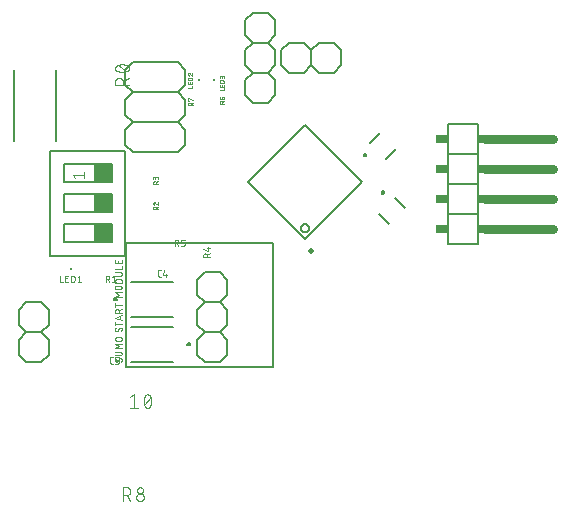
<source format=gbr>
G04 EAGLE Gerber RS-274X export*
G75*
%MOMM*%
%FSLAX34Y34*%
%LPD*%
%INSilkscreen Top*%
%IPPOS*%
%AMOC8*
5,1,8,0,0,1.08239X$1,22.5*%
G01*
%ADD10C,0.152400*%
%ADD11C,0.101600*%
%ADD12C,0.050800*%
%ADD13C,0.127000*%
%ADD14C,0.508000*%
%ADD15C,0.200000*%
%ADD16R,0.250000X0.250000*%
%ADD17C,0.025400*%
%ADD18C,0.076200*%
%ADD19R,1.524000X1.524000*%
%ADD20C,0.762000*%
%ADD21R,0.508000X0.762000*%
%ADD22R,1.016000X0.762000*%


D10*
X12700Y142240D02*
X12700Y129540D01*
X6350Y123190D01*
X-6350Y123190D01*
X-12700Y129540D01*
X-6350Y148590D02*
X6350Y148590D01*
X12700Y142240D01*
X-6350Y148590D02*
X-12700Y142240D01*
X-12700Y129540D01*
X6350Y123190D02*
X12700Y116840D01*
X12700Y104140D01*
X6350Y97790D01*
X-6350Y97790D01*
X-12700Y104140D01*
X-12700Y116840D01*
X-6350Y123190D01*
X77470Y345440D02*
X83820Y351790D01*
X77470Y332740D02*
X83820Y326390D01*
X77470Y320040D01*
X77470Y307340D02*
X83820Y300990D01*
X83820Y351790D02*
X121920Y351790D01*
X128270Y345440D01*
X128270Y332740D01*
X121920Y326390D01*
X128270Y320040D01*
X128270Y307340D01*
X121920Y300990D01*
X121920Y326390D02*
X83820Y326390D01*
X83820Y300990D02*
X121920Y300990D01*
X77470Y307340D02*
X77470Y320040D01*
X77470Y332740D02*
X77470Y345440D01*
X83820Y300990D02*
X77470Y294640D01*
X77470Y281940D02*
X83820Y275590D01*
X121920Y300990D02*
X128270Y294640D01*
X128270Y281940D01*
X121920Y275590D01*
X83820Y275590D01*
X77470Y281940D02*
X77470Y294640D01*
D11*
X75625Y-8128D02*
X75625Y-19812D01*
X75625Y-8128D02*
X78870Y-8128D01*
X78983Y-8130D01*
X79096Y-8136D01*
X79209Y-8146D01*
X79322Y-8160D01*
X79434Y-8177D01*
X79545Y-8199D01*
X79655Y-8224D01*
X79765Y-8254D01*
X79873Y-8287D01*
X79980Y-8324D01*
X80086Y-8364D01*
X80190Y-8409D01*
X80293Y-8457D01*
X80394Y-8508D01*
X80493Y-8563D01*
X80590Y-8621D01*
X80685Y-8683D01*
X80778Y-8748D01*
X80868Y-8816D01*
X80956Y-8887D01*
X81042Y-8962D01*
X81125Y-9039D01*
X81205Y-9119D01*
X81282Y-9202D01*
X81357Y-9288D01*
X81428Y-9376D01*
X81496Y-9466D01*
X81561Y-9559D01*
X81623Y-9654D01*
X81681Y-9751D01*
X81736Y-9850D01*
X81787Y-9951D01*
X81835Y-10054D01*
X81880Y-10158D01*
X81920Y-10264D01*
X81957Y-10371D01*
X81990Y-10479D01*
X82020Y-10589D01*
X82045Y-10699D01*
X82067Y-10810D01*
X82084Y-10922D01*
X82098Y-11035D01*
X82108Y-11148D01*
X82114Y-11261D01*
X82116Y-11374D01*
X82114Y-11487D01*
X82108Y-11600D01*
X82098Y-11713D01*
X82084Y-11826D01*
X82067Y-11938D01*
X82045Y-12049D01*
X82020Y-12159D01*
X81990Y-12269D01*
X81957Y-12377D01*
X81920Y-12484D01*
X81880Y-12590D01*
X81835Y-12694D01*
X81787Y-12797D01*
X81736Y-12898D01*
X81681Y-12997D01*
X81623Y-13094D01*
X81561Y-13189D01*
X81496Y-13282D01*
X81428Y-13372D01*
X81357Y-13460D01*
X81282Y-13546D01*
X81205Y-13629D01*
X81125Y-13709D01*
X81042Y-13786D01*
X80956Y-13861D01*
X80868Y-13932D01*
X80778Y-14000D01*
X80685Y-14065D01*
X80590Y-14127D01*
X80493Y-14185D01*
X80394Y-14240D01*
X80293Y-14291D01*
X80190Y-14339D01*
X80086Y-14384D01*
X79980Y-14424D01*
X79873Y-14461D01*
X79765Y-14494D01*
X79655Y-14524D01*
X79545Y-14549D01*
X79434Y-14571D01*
X79322Y-14588D01*
X79209Y-14602D01*
X79096Y-14612D01*
X78983Y-14618D01*
X78870Y-14620D01*
X78870Y-14619D02*
X75625Y-14619D01*
X79519Y-14619D02*
X82116Y-19812D01*
X86980Y-16566D02*
X86982Y-16453D01*
X86988Y-16340D01*
X86998Y-16227D01*
X87012Y-16114D01*
X87029Y-16002D01*
X87051Y-15891D01*
X87076Y-15781D01*
X87106Y-15671D01*
X87139Y-15563D01*
X87176Y-15456D01*
X87216Y-15350D01*
X87261Y-15246D01*
X87309Y-15143D01*
X87360Y-15042D01*
X87415Y-14943D01*
X87473Y-14846D01*
X87535Y-14751D01*
X87600Y-14658D01*
X87668Y-14568D01*
X87739Y-14480D01*
X87814Y-14394D01*
X87891Y-14311D01*
X87971Y-14231D01*
X88054Y-14154D01*
X88140Y-14079D01*
X88228Y-14008D01*
X88318Y-13940D01*
X88411Y-13875D01*
X88506Y-13813D01*
X88603Y-13755D01*
X88702Y-13700D01*
X88803Y-13649D01*
X88906Y-13601D01*
X89010Y-13556D01*
X89116Y-13516D01*
X89223Y-13479D01*
X89331Y-13446D01*
X89441Y-13416D01*
X89551Y-13391D01*
X89662Y-13369D01*
X89774Y-13352D01*
X89887Y-13338D01*
X90000Y-13328D01*
X90113Y-13322D01*
X90226Y-13320D01*
X90339Y-13322D01*
X90452Y-13328D01*
X90565Y-13338D01*
X90678Y-13352D01*
X90790Y-13369D01*
X90901Y-13391D01*
X91011Y-13416D01*
X91121Y-13446D01*
X91229Y-13479D01*
X91336Y-13516D01*
X91442Y-13556D01*
X91546Y-13601D01*
X91649Y-13649D01*
X91750Y-13700D01*
X91849Y-13755D01*
X91946Y-13813D01*
X92041Y-13875D01*
X92134Y-13940D01*
X92224Y-14008D01*
X92312Y-14079D01*
X92398Y-14154D01*
X92481Y-14231D01*
X92561Y-14311D01*
X92638Y-14394D01*
X92713Y-14480D01*
X92784Y-14568D01*
X92852Y-14658D01*
X92917Y-14751D01*
X92979Y-14846D01*
X93037Y-14943D01*
X93092Y-15042D01*
X93143Y-15143D01*
X93191Y-15246D01*
X93236Y-15350D01*
X93276Y-15456D01*
X93313Y-15563D01*
X93346Y-15671D01*
X93376Y-15781D01*
X93401Y-15891D01*
X93423Y-16002D01*
X93440Y-16114D01*
X93454Y-16227D01*
X93464Y-16340D01*
X93470Y-16453D01*
X93472Y-16566D01*
X93470Y-16679D01*
X93464Y-16792D01*
X93454Y-16905D01*
X93440Y-17018D01*
X93423Y-17130D01*
X93401Y-17241D01*
X93376Y-17351D01*
X93346Y-17461D01*
X93313Y-17569D01*
X93276Y-17676D01*
X93236Y-17782D01*
X93191Y-17886D01*
X93143Y-17989D01*
X93092Y-18090D01*
X93037Y-18189D01*
X92979Y-18286D01*
X92917Y-18381D01*
X92852Y-18474D01*
X92784Y-18564D01*
X92713Y-18652D01*
X92638Y-18738D01*
X92561Y-18821D01*
X92481Y-18901D01*
X92398Y-18978D01*
X92312Y-19053D01*
X92224Y-19124D01*
X92134Y-19192D01*
X92041Y-19257D01*
X91946Y-19319D01*
X91849Y-19377D01*
X91750Y-19432D01*
X91649Y-19483D01*
X91546Y-19531D01*
X91442Y-19576D01*
X91336Y-19616D01*
X91229Y-19653D01*
X91121Y-19686D01*
X91011Y-19716D01*
X90901Y-19741D01*
X90790Y-19763D01*
X90678Y-19780D01*
X90565Y-19794D01*
X90452Y-19804D01*
X90339Y-19810D01*
X90226Y-19812D01*
X90113Y-19810D01*
X90000Y-19804D01*
X89887Y-19794D01*
X89774Y-19780D01*
X89662Y-19763D01*
X89551Y-19741D01*
X89441Y-19716D01*
X89331Y-19686D01*
X89223Y-19653D01*
X89116Y-19616D01*
X89010Y-19576D01*
X88906Y-19531D01*
X88803Y-19483D01*
X88702Y-19432D01*
X88603Y-19377D01*
X88506Y-19319D01*
X88411Y-19257D01*
X88318Y-19192D01*
X88228Y-19124D01*
X88140Y-19053D01*
X88054Y-18978D01*
X87971Y-18901D01*
X87891Y-18821D01*
X87814Y-18738D01*
X87739Y-18652D01*
X87668Y-18564D01*
X87600Y-18474D01*
X87535Y-18381D01*
X87473Y-18286D01*
X87415Y-18189D01*
X87360Y-18090D01*
X87309Y-17989D01*
X87261Y-17886D01*
X87216Y-17782D01*
X87176Y-17676D01*
X87139Y-17569D01*
X87106Y-17461D01*
X87076Y-17351D01*
X87051Y-17241D01*
X87029Y-17130D01*
X87012Y-17018D01*
X86998Y-16905D01*
X86988Y-16792D01*
X86982Y-16679D01*
X86980Y-16566D01*
X87630Y-10724D02*
X87632Y-10623D01*
X87638Y-10523D01*
X87648Y-10423D01*
X87661Y-10323D01*
X87679Y-10224D01*
X87700Y-10125D01*
X87725Y-10028D01*
X87754Y-9931D01*
X87787Y-9836D01*
X87823Y-9742D01*
X87863Y-9650D01*
X87906Y-9559D01*
X87953Y-9470D01*
X88003Y-9383D01*
X88057Y-9297D01*
X88114Y-9214D01*
X88174Y-9134D01*
X88237Y-9055D01*
X88304Y-8979D01*
X88373Y-8906D01*
X88445Y-8836D01*
X88519Y-8768D01*
X88596Y-8703D01*
X88676Y-8642D01*
X88758Y-8583D01*
X88842Y-8528D01*
X88928Y-8476D01*
X89016Y-8427D01*
X89106Y-8382D01*
X89198Y-8340D01*
X89291Y-8302D01*
X89386Y-8268D01*
X89481Y-8237D01*
X89578Y-8210D01*
X89676Y-8187D01*
X89775Y-8167D01*
X89875Y-8152D01*
X89975Y-8140D01*
X90075Y-8132D01*
X90176Y-8128D01*
X90276Y-8128D01*
X90377Y-8132D01*
X90477Y-8140D01*
X90577Y-8152D01*
X90677Y-8167D01*
X90776Y-8187D01*
X90874Y-8210D01*
X90971Y-8237D01*
X91066Y-8268D01*
X91161Y-8302D01*
X91254Y-8340D01*
X91346Y-8382D01*
X91436Y-8427D01*
X91524Y-8476D01*
X91610Y-8528D01*
X91694Y-8583D01*
X91776Y-8642D01*
X91856Y-8703D01*
X91933Y-8768D01*
X92007Y-8836D01*
X92079Y-8906D01*
X92148Y-8979D01*
X92215Y-9055D01*
X92278Y-9134D01*
X92338Y-9214D01*
X92395Y-9297D01*
X92449Y-9383D01*
X92499Y-9470D01*
X92546Y-9559D01*
X92589Y-9650D01*
X92629Y-9742D01*
X92665Y-9836D01*
X92698Y-9931D01*
X92727Y-10028D01*
X92752Y-10125D01*
X92773Y-10224D01*
X92791Y-10323D01*
X92804Y-10423D01*
X92814Y-10523D01*
X92820Y-10623D01*
X92822Y-10724D01*
X92820Y-10825D01*
X92814Y-10925D01*
X92804Y-11025D01*
X92791Y-11125D01*
X92773Y-11224D01*
X92752Y-11323D01*
X92727Y-11420D01*
X92698Y-11517D01*
X92665Y-11612D01*
X92629Y-11706D01*
X92589Y-11798D01*
X92546Y-11889D01*
X92499Y-11978D01*
X92449Y-12065D01*
X92395Y-12151D01*
X92338Y-12234D01*
X92278Y-12314D01*
X92215Y-12393D01*
X92148Y-12469D01*
X92079Y-12542D01*
X92007Y-12612D01*
X91933Y-12680D01*
X91856Y-12745D01*
X91776Y-12806D01*
X91694Y-12865D01*
X91610Y-12920D01*
X91524Y-12972D01*
X91436Y-13021D01*
X91346Y-13066D01*
X91254Y-13108D01*
X91161Y-13146D01*
X91066Y-13180D01*
X90971Y-13211D01*
X90874Y-13238D01*
X90776Y-13261D01*
X90677Y-13281D01*
X90577Y-13296D01*
X90477Y-13308D01*
X90377Y-13316D01*
X90276Y-13320D01*
X90176Y-13320D01*
X90075Y-13316D01*
X89975Y-13308D01*
X89875Y-13296D01*
X89775Y-13281D01*
X89676Y-13261D01*
X89578Y-13238D01*
X89481Y-13211D01*
X89386Y-13180D01*
X89291Y-13146D01*
X89198Y-13108D01*
X89106Y-13066D01*
X89016Y-13021D01*
X88928Y-12972D01*
X88842Y-12920D01*
X88758Y-12865D01*
X88676Y-12806D01*
X88596Y-12745D01*
X88519Y-12680D01*
X88445Y-12612D01*
X88373Y-12542D01*
X88304Y-12469D01*
X88237Y-12393D01*
X88174Y-12314D01*
X88114Y-12234D01*
X88057Y-12151D01*
X88003Y-12065D01*
X87953Y-11978D01*
X87906Y-11889D01*
X87863Y-11798D01*
X87823Y-11706D01*
X87787Y-11612D01*
X87754Y-11517D01*
X87725Y-11420D01*
X87700Y-11323D01*
X87679Y-11224D01*
X87661Y-11125D01*
X87648Y-11025D01*
X87638Y-10925D01*
X87632Y-10825D01*
X87630Y-10724D01*
X81788Y68016D02*
X85034Y70612D01*
X85034Y58928D01*
X88279Y58928D02*
X81788Y58928D01*
X93218Y64770D02*
X93221Y65000D01*
X93229Y65230D01*
X93243Y65459D01*
X93262Y65688D01*
X93287Y65917D01*
X93317Y66144D01*
X93352Y66372D01*
X93393Y66598D01*
X93439Y66823D01*
X93491Y67047D01*
X93548Y67269D01*
X93610Y67491D01*
X93678Y67710D01*
X93751Y67928D01*
X93829Y68145D01*
X93912Y68359D01*
X94000Y68571D01*
X94093Y68781D01*
X94192Y68989D01*
X94225Y69079D01*
X94261Y69168D01*
X94301Y69256D01*
X94345Y69341D01*
X94392Y69425D01*
X94442Y69507D01*
X94496Y69587D01*
X94552Y69664D01*
X94612Y69740D01*
X94675Y69813D01*
X94740Y69883D01*
X94809Y69951D01*
X94880Y70015D01*
X94953Y70077D01*
X95029Y70136D01*
X95107Y70192D01*
X95188Y70245D01*
X95270Y70294D01*
X95354Y70340D01*
X95441Y70383D01*
X95528Y70422D01*
X95618Y70458D01*
X95708Y70490D01*
X95800Y70518D01*
X95893Y70543D01*
X95987Y70564D01*
X96081Y70581D01*
X96176Y70595D01*
X96272Y70604D01*
X96368Y70610D01*
X96464Y70612D01*
X96560Y70610D01*
X96656Y70604D01*
X96752Y70595D01*
X96847Y70581D01*
X96941Y70564D01*
X97035Y70543D01*
X97128Y70518D01*
X97220Y70490D01*
X97310Y70458D01*
X97400Y70422D01*
X97487Y70383D01*
X97574Y70340D01*
X97658Y70294D01*
X97740Y70245D01*
X97821Y70192D01*
X97899Y70136D01*
X97975Y70077D01*
X98048Y70015D01*
X98119Y69951D01*
X98188Y69883D01*
X98253Y69813D01*
X98316Y69740D01*
X98376Y69664D01*
X98432Y69587D01*
X98486Y69507D01*
X98536Y69425D01*
X98583Y69341D01*
X98627Y69256D01*
X98667Y69168D01*
X98703Y69079D01*
X98736Y68989D01*
X98835Y68782D01*
X98928Y68572D01*
X99016Y68359D01*
X99099Y68145D01*
X99177Y67929D01*
X99250Y67711D01*
X99318Y67491D01*
X99380Y67270D01*
X99437Y67047D01*
X99489Y66823D01*
X99535Y66598D01*
X99576Y66372D01*
X99611Y66145D01*
X99641Y65917D01*
X99666Y65688D01*
X99685Y65459D01*
X99699Y65230D01*
X99707Y65000D01*
X99710Y64770D01*
X93218Y64770D02*
X93221Y64540D01*
X93229Y64310D01*
X93243Y64081D01*
X93262Y63852D01*
X93287Y63623D01*
X93317Y63395D01*
X93352Y63168D01*
X93393Y62942D01*
X93439Y62717D01*
X93491Y62493D01*
X93548Y62270D01*
X93610Y62049D01*
X93678Y61829D01*
X93751Y61611D01*
X93829Y61395D01*
X93912Y61181D01*
X94000Y60969D01*
X94093Y60758D01*
X94192Y60551D01*
X94225Y60461D01*
X94261Y60372D01*
X94302Y60284D01*
X94345Y60199D01*
X94392Y60115D01*
X94442Y60033D01*
X94496Y59953D01*
X94552Y59876D01*
X94612Y59800D01*
X94675Y59727D01*
X94740Y59657D01*
X94809Y59589D01*
X94880Y59525D01*
X94953Y59463D01*
X95029Y59404D01*
X95107Y59348D01*
X95188Y59295D01*
X95270Y59246D01*
X95354Y59200D01*
X95441Y59157D01*
X95528Y59118D01*
X95618Y59082D01*
X95708Y59050D01*
X95800Y59022D01*
X95893Y58997D01*
X95987Y58976D01*
X96081Y58959D01*
X96176Y58945D01*
X96272Y58936D01*
X96368Y58930D01*
X96464Y58928D01*
X98735Y60551D02*
X98834Y60758D01*
X98927Y60969D01*
X99015Y61181D01*
X99098Y61395D01*
X99176Y61611D01*
X99249Y61829D01*
X99317Y62049D01*
X99379Y62270D01*
X99436Y62493D01*
X99488Y62717D01*
X99534Y62942D01*
X99575Y63168D01*
X99610Y63395D01*
X99640Y63623D01*
X99665Y63852D01*
X99684Y64081D01*
X99698Y64310D01*
X99706Y64540D01*
X99709Y64770D01*
X98736Y60551D02*
X98703Y60461D01*
X98667Y60372D01*
X98627Y60284D01*
X98583Y60199D01*
X98536Y60115D01*
X98486Y60033D01*
X98432Y59953D01*
X98376Y59876D01*
X98316Y59800D01*
X98253Y59727D01*
X98188Y59657D01*
X98119Y59589D01*
X98048Y59525D01*
X97975Y59463D01*
X97899Y59404D01*
X97821Y59348D01*
X97740Y59295D01*
X97658Y59246D01*
X97574Y59200D01*
X97487Y59157D01*
X97400Y59118D01*
X97310Y59082D01*
X97220Y59050D01*
X97128Y59022D01*
X97035Y58997D01*
X96941Y58976D01*
X96847Y58959D01*
X96752Y58945D01*
X96656Y58936D01*
X96560Y58930D01*
X96464Y58928D01*
X93867Y61524D02*
X99060Y68016D01*
D12*
X143764Y186771D02*
X149352Y186771D01*
X143764Y186771D02*
X143764Y188324D01*
X143766Y188401D01*
X143772Y188479D01*
X143781Y188555D01*
X143795Y188632D01*
X143812Y188707D01*
X143833Y188781D01*
X143858Y188855D01*
X143886Y188927D01*
X143918Y188997D01*
X143953Y189066D01*
X143992Y189133D01*
X144034Y189198D01*
X144079Y189261D01*
X144127Y189322D01*
X144178Y189380D01*
X144232Y189435D01*
X144289Y189488D01*
X144348Y189537D01*
X144410Y189584D01*
X144474Y189628D01*
X144540Y189668D01*
X144608Y189705D01*
X144678Y189739D01*
X144749Y189769D01*
X144822Y189795D01*
X144896Y189818D01*
X144971Y189837D01*
X145046Y189852D01*
X145123Y189864D01*
X145200Y189872D01*
X145277Y189876D01*
X145355Y189876D01*
X145432Y189872D01*
X145509Y189864D01*
X145586Y189852D01*
X145661Y189837D01*
X145736Y189818D01*
X145810Y189795D01*
X145883Y189769D01*
X145954Y189739D01*
X146024Y189705D01*
X146092Y189668D01*
X146158Y189628D01*
X146222Y189584D01*
X146284Y189537D01*
X146343Y189488D01*
X146400Y189435D01*
X146454Y189380D01*
X146505Y189322D01*
X146553Y189261D01*
X146598Y189198D01*
X146640Y189133D01*
X146679Y189066D01*
X146714Y188997D01*
X146746Y188927D01*
X146774Y188855D01*
X146799Y188781D01*
X146820Y188707D01*
X146837Y188632D01*
X146851Y188555D01*
X146860Y188479D01*
X146866Y188401D01*
X146868Y188324D01*
X146868Y186771D01*
X146868Y188634D02*
X149352Y189876D01*
X148110Y192222D02*
X143764Y193463D01*
X148110Y192222D02*
X148110Y195326D01*
X146868Y194395D02*
X149352Y194395D01*
X119461Y196088D02*
X119461Y201676D01*
X121014Y201676D01*
X121091Y201674D01*
X121169Y201668D01*
X121245Y201659D01*
X121322Y201645D01*
X121397Y201628D01*
X121471Y201607D01*
X121545Y201582D01*
X121617Y201554D01*
X121687Y201522D01*
X121756Y201487D01*
X121823Y201448D01*
X121888Y201406D01*
X121951Y201361D01*
X122012Y201313D01*
X122070Y201262D01*
X122125Y201208D01*
X122178Y201151D01*
X122227Y201092D01*
X122274Y201030D01*
X122318Y200966D01*
X122358Y200900D01*
X122395Y200832D01*
X122429Y200762D01*
X122459Y200691D01*
X122485Y200618D01*
X122508Y200544D01*
X122527Y200469D01*
X122542Y200394D01*
X122554Y200317D01*
X122562Y200240D01*
X122566Y200163D01*
X122566Y200085D01*
X122562Y200008D01*
X122554Y199931D01*
X122542Y199854D01*
X122527Y199779D01*
X122508Y199704D01*
X122485Y199630D01*
X122459Y199557D01*
X122429Y199486D01*
X122395Y199416D01*
X122358Y199348D01*
X122318Y199282D01*
X122274Y199218D01*
X122227Y199156D01*
X122178Y199097D01*
X122125Y199040D01*
X122070Y198986D01*
X122012Y198935D01*
X121951Y198887D01*
X121888Y198842D01*
X121823Y198800D01*
X121756Y198761D01*
X121687Y198726D01*
X121617Y198694D01*
X121545Y198666D01*
X121471Y198641D01*
X121397Y198620D01*
X121322Y198603D01*
X121245Y198589D01*
X121169Y198580D01*
X121091Y198574D01*
X121014Y198572D01*
X119461Y198572D01*
X121324Y198572D02*
X122566Y196088D01*
X124912Y196088D02*
X126774Y196088D01*
X126844Y196090D01*
X126913Y196096D01*
X126982Y196106D01*
X127050Y196119D01*
X127118Y196137D01*
X127184Y196158D01*
X127249Y196183D01*
X127313Y196211D01*
X127375Y196243D01*
X127435Y196278D01*
X127493Y196317D01*
X127548Y196359D01*
X127602Y196404D01*
X127652Y196452D01*
X127700Y196502D01*
X127745Y196556D01*
X127787Y196611D01*
X127826Y196669D01*
X127861Y196729D01*
X127893Y196791D01*
X127921Y196855D01*
X127946Y196920D01*
X127967Y196986D01*
X127985Y197054D01*
X127998Y197122D01*
X128008Y197191D01*
X128014Y197260D01*
X128016Y197330D01*
X128016Y197951D01*
X128014Y198021D01*
X128008Y198090D01*
X127998Y198159D01*
X127985Y198227D01*
X127967Y198295D01*
X127946Y198361D01*
X127921Y198426D01*
X127893Y198490D01*
X127861Y198552D01*
X127826Y198612D01*
X127787Y198670D01*
X127745Y198725D01*
X127700Y198779D01*
X127652Y198829D01*
X127602Y198877D01*
X127548Y198922D01*
X127493Y198964D01*
X127435Y199003D01*
X127375Y199038D01*
X127313Y199070D01*
X127249Y199098D01*
X127184Y199123D01*
X127118Y199144D01*
X127050Y199162D01*
X126982Y199175D01*
X126913Y199185D01*
X126844Y199191D01*
X126774Y199193D01*
X126774Y199192D02*
X124912Y199192D01*
X124912Y201676D01*
X128016Y201676D01*
D11*
X80772Y332165D02*
X69088Y332165D01*
X69088Y335410D01*
X69090Y335523D01*
X69096Y335636D01*
X69106Y335749D01*
X69120Y335862D01*
X69137Y335974D01*
X69159Y336085D01*
X69184Y336195D01*
X69214Y336305D01*
X69247Y336413D01*
X69284Y336520D01*
X69324Y336626D01*
X69369Y336730D01*
X69417Y336833D01*
X69468Y336934D01*
X69523Y337033D01*
X69581Y337130D01*
X69643Y337225D01*
X69708Y337318D01*
X69776Y337408D01*
X69847Y337496D01*
X69922Y337582D01*
X69999Y337665D01*
X70079Y337745D01*
X70162Y337822D01*
X70248Y337897D01*
X70336Y337968D01*
X70426Y338036D01*
X70519Y338101D01*
X70614Y338163D01*
X70711Y338221D01*
X70810Y338276D01*
X70911Y338327D01*
X71014Y338375D01*
X71118Y338420D01*
X71224Y338460D01*
X71331Y338497D01*
X71439Y338530D01*
X71549Y338560D01*
X71659Y338585D01*
X71770Y338607D01*
X71882Y338624D01*
X71995Y338638D01*
X72108Y338648D01*
X72221Y338654D01*
X72334Y338656D01*
X72447Y338654D01*
X72560Y338648D01*
X72673Y338638D01*
X72786Y338624D01*
X72898Y338607D01*
X73009Y338585D01*
X73119Y338560D01*
X73229Y338530D01*
X73337Y338497D01*
X73444Y338460D01*
X73550Y338420D01*
X73654Y338375D01*
X73757Y338327D01*
X73858Y338276D01*
X73957Y338221D01*
X74054Y338163D01*
X74149Y338101D01*
X74242Y338036D01*
X74332Y337968D01*
X74420Y337897D01*
X74506Y337822D01*
X74589Y337745D01*
X74669Y337665D01*
X74746Y337582D01*
X74821Y337496D01*
X74892Y337408D01*
X74960Y337318D01*
X75025Y337225D01*
X75087Y337130D01*
X75145Y337033D01*
X75200Y336934D01*
X75251Y336833D01*
X75299Y336730D01*
X75344Y336626D01*
X75384Y336520D01*
X75421Y336413D01*
X75454Y336305D01*
X75484Y336195D01*
X75509Y336085D01*
X75531Y335974D01*
X75548Y335862D01*
X75562Y335749D01*
X75572Y335636D01*
X75578Y335523D01*
X75580Y335410D01*
X75579Y335410D02*
X75579Y332165D01*
X75579Y336059D02*
X80772Y338656D01*
X74930Y343521D02*
X74700Y343524D01*
X74470Y343532D01*
X74241Y343546D01*
X74012Y343565D01*
X73783Y343590D01*
X73555Y343620D01*
X73328Y343655D01*
X73102Y343696D01*
X72877Y343742D01*
X72653Y343794D01*
X72430Y343851D01*
X72209Y343913D01*
X71989Y343981D01*
X71771Y344054D01*
X71555Y344132D01*
X71341Y344215D01*
X71129Y344303D01*
X70918Y344396D01*
X70711Y344495D01*
X70711Y344494D02*
X70621Y344527D01*
X70532Y344563D01*
X70444Y344603D01*
X70359Y344647D01*
X70275Y344694D01*
X70193Y344744D01*
X70113Y344798D01*
X70036Y344854D01*
X69960Y344914D01*
X69887Y344977D01*
X69817Y345042D01*
X69749Y345111D01*
X69685Y345182D01*
X69623Y345255D01*
X69564Y345331D01*
X69508Y345409D01*
X69455Y345490D01*
X69406Y345572D01*
X69360Y345656D01*
X69317Y345743D01*
X69278Y345830D01*
X69242Y345920D01*
X69210Y346010D01*
X69182Y346102D01*
X69157Y346195D01*
X69136Y346289D01*
X69119Y346383D01*
X69105Y346478D01*
X69096Y346574D01*
X69090Y346670D01*
X69088Y346766D01*
X69090Y346862D01*
X69096Y346958D01*
X69105Y347054D01*
X69119Y347149D01*
X69136Y347243D01*
X69157Y347337D01*
X69182Y347430D01*
X69210Y347522D01*
X69242Y347612D01*
X69278Y347702D01*
X69317Y347790D01*
X69360Y347876D01*
X69406Y347960D01*
X69455Y348042D01*
X69508Y348123D01*
X69564Y348201D01*
X69623Y348277D01*
X69685Y348350D01*
X69749Y348421D01*
X69817Y348490D01*
X69887Y348555D01*
X69960Y348618D01*
X70036Y348678D01*
X70113Y348734D01*
X70193Y348788D01*
X70275Y348838D01*
X70359Y348885D01*
X70444Y348929D01*
X70532Y348969D01*
X70621Y349005D01*
X70711Y349038D01*
X70918Y349137D01*
X71129Y349230D01*
X71341Y349318D01*
X71555Y349401D01*
X71771Y349479D01*
X71989Y349552D01*
X72209Y349620D01*
X72430Y349682D01*
X72653Y349739D01*
X72877Y349791D01*
X73102Y349837D01*
X73328Y349878D01*
X73555Y349913D01*
X73783Y349943D01*
X74012Y349968D01*
X74241Y349987D01*
X74470Y350001D01*
X74700Y350009D01*
X74930Y350012D01*
X74930Y343521D02*
X75160Y343524D01*
X75390Y343532D01*
X75619Y343546D01*
X75848Y343565D01*
X76077Y343590D01*
X76305Y343620D01*
X76532Y343655D01*
X76758Y343696D01*
X76983Y343742D01*
X77207Y343794D01*
X77430Y343851D01*
X77651Y343913D01*
X77871Y343981D01*
X78089Y344054D01*
X78305Y344132D01*
X78519Y344215D01*
X78731Y344303D01*
X78942Y344396D01*
X79149Y344495D01*
X79149Y344494D02*
X79239Y344527D01*
X79328Y344563D01*
X79416Y344604D01*
X79501Y344647D01*
X79585Y344694D01*
X79667Y344744D01*
X79747Y344798D01*
X79824Y344854D01*
X79900Y344914D01*
X79973Y344977D01*
X80043Y345042D01*
X80111Y345111D01*
X80175Y345182D01*
X80237Y345255D01*
X80296Y345331D01*
X80352Y345409D01*
X80405Y345490D01*
X80454Y345572D01*
X80500Y345656D01*
X80543Y345743D01*
X80582Y345830D01*
X80618Y345920D01*
X80650Y346010D01*
X80678Y346102D01*
X80703Y346195D01*
X80724Y346289D01*
X80741Y346383D01*
X80755Y346478D01*
X80764Y346574D01*
X80770Y346670D01*
X80772Y346766D01*
X79149Y349038D02*
X78942Y349137D01*
X78731Y349230D01*
X78519Y349318D01*
X78305Y349401D01*
X78089Y349479D01*
X77871Y349552D01*
X77651Y349620D01*
X77430Y349682D01*
X77207Y349739D01*
X76983Y349791D01*
X76758Y349837D01*
X76532Y349878D01*
X76305Y349913D01*
X76077Y349943D01*
X75848Y349968D01*
X75619Y349987D01*
X75390Y350001D01*
X75160Y350009D01*
X74930Y350012D01*
X79149Y349038D02*
X79239Y349005D01*
X79328Y348969D01*
X79416Y348929D01*
X79501Y348885D01*
X79585Y348838D01*
X79667Y348788D01*
X79747Y348734D01*
X79824Y348678D01*
X79900Y348618D01*
X79973Y348555D01*
X80043Y348490D01*
X80111Y348421D01*
X80175Y348350D01*
X80237Y348277D01*
X80296Y348201D01*
X80352Y348123D01*
X80405Y348042D01*
X80454Y347960D01*
X80500Y347876D01*
X80543Y347789D01*
X80582Y347702D01*
X80618Y347612D01*
X80650Y347522D01*
X80678Y347430D01*
X80703Y347337D01*
X80724Y347243D01*
X80741Y347149D01*
X80755Y347054D01*
X80764Y346958D01*
X80770Y346862D01*
X80772Y346766D01*
X78176Y344170D02*
X71684Y349363D01*
D13*
X202960Y198350D02*
X202960Y93350D01*
X202960Y198350D02*
X77960Y198350D01*
X77960Y93350D01*
X202960Y93350D01*
D12*
X74676Y99907D02*
X74674Y99977D01*
X74668Y100046D01*
X74658Y100115D01*
X74645Y100183D01*
X74627Y100251D01*
X74606Y100317D01*
X74581Y100382D01*
X74553Y100446D01*
X74521Y100508D01*
X74486Y100568D01*
X74447Y100626D01*
X74405Y100681D01*
X74360Y100735D01*
X74312Y100785D01*
X74262Y100833D01*
X74208Y100878D01*
X74153Y100920D01*
X74095Y100959D01*
X74035Y100994D01*
X73973Y101026D01*
X73909Y101054D01*
X73844Y101079D01*
X73778Y101100D01*
X73710Y101118D01*
X73642Y101131D01*
X73573Y101141D01*
X73504Y101147D01*
X73434Y101149D01*
X74676Y99907D02*
X74674Y99808D01*
X74669Y99710D01*
X74659Y99612D01*
X74646Y99514D01*
X74630Y99417D01*
X74610Y99320D01*
X74586Y99225D01*
X74558Y99130D01*
X74527Y99036D01*
X74493Y98944D01*
X74455Y98853D01*
X74414Y98763D01*
X74369Y98675D01*
X74321Y98589D01*
X74270Y98505D01*
X74216Y98423D01*
X74158Y98342D01*
X74098Y98264D01*
X74035Y98189D01*
X73969Y98115D01*
X73900Y98045D01*
X70330Y98199D02*
X70260Y98201D01*
X70191Y98207D01*
X70122Y98217D01*
X70054Y98230D01*
X69986Y98248D01*
X69920Y98269D01*
X69855Y98294D01*
X69791Y98322D01*
X69729Y98354D01*
X69669Y98389D01*
X69611Y98428D01*
X69556Y98470D01*
X69502Y98515D01*
X69452Y98563D01*
X69404Y98613D01*
X69359Y98667D01*
X69317Y98722D01*
X69278Y98780D01*
X69243Y98840D01*
X69211Y98902D01*
X69183Y98966D01*
X69158Y99031D01*
X69137Y99097D01*
X69119Y99165D01*
X69106Y99233D01*
X69096Y99302D01*
X69090Y99371D01*
X69088Y99441D01*
X69090Y99535D01*
X69096Y99628D01*
X69105Y99721D01*
X69118Y99814D01*
X69135Y99906D01*
X69155Y99997D01*
X69180Y100088D01*
X69207Y100177D01*
X69239Y100265D01*
X69274Y100352D01*
X69312Y100438D01*
X69354Y100521D01*
X69399Y100604D01*
X69447Y100684D01*
X69499Y100762D01*
X69554Y100838D01*
X71416Y98820D02*
X71380Y98761D01*
X71340Y98705D01*
X71297Y98651D01*
X71252Y98599D01*
X71203Y98550D01*
X71152Y98504D01*
X71099Y98461D01*
X71043Y98420D01*
X70985Y98383D01*
X70925Y98348D01*
X70864Y98318D01*
X70801Y98290D01*
X70736Y98266D01*
X70670Y98246D01*
X70603Y98229D01*
X70536Y98216D01*
X70468Y98207D01*
X70399Y98201D01*
X70330Y98199D01*
X72348Y100527D02*
X72384Y100586D01*
X72424Y100642D01*
X72467Y100696D01*
X72512Y100748D01*
X72561Y100797D01*
X72612Y100843D01*
X72665Y100886D01*
X72721Y100927D01*
X72779Y100964D01*
X72839Y100999D01*
X72900Y101029D01*
X72963Y101057D01*
X73028Y101081D01*
X73094Y101101D01*
X73161Y101118D01*
X73228Y101131D01*
X73296Y101140D01*
X73365Y101146D01*
X73434Y101148D01*
X72348Y100528D02*
X71416Y98820D01*
X73124Y103530D02*
X69088Y103530D01*
X73124Y103531D02*
X73201Y103533D01*
X73279Y103539D01*
X73355Y103548D01*
X73432Y103562D01*
X73507Y103579D01*
X73581Y103600D01*
X73655Y103625D01*
X73727Y103653D01*
X73797Y103685D01*
X73866Y103720D01*
X73933Y103759D01*
X73998Y103801D01*
X74061Y103846D01*
X74122Y103894D01*
X74180Y103945D01*
X74235Y103999D01*
X74288Y104056D01*
X74337Y104115D01*
X74384Y104177D01*
X74428Y104241D01*
X74468Y104307D01*
X74505Y104375D01*
X74539Y104445D01*
X74569Y104516D01*
X74595Y104589D01*
X74618Y104663D01*
X74637Y104738D01*
X74652Y104813D01*
X74664Y104890D01*
X74672Y104967D01*
X74676Y105044D01*
X74676Y105122D01*
X74672Y105199D01*
X74664Y105276D01*
X74652Y105353D01*
X74637Y105428D01*
X74618Y105503D01*
X74595Y105577D01*
X74569Y105650D01*
X74539Y105721D01*
X74505Y105791D01*
X74468Y105859D01*
X74428Y105925D01*
X74384Y105989D01*
X74337Y106051D01*
X74288Y106110D01*
X74235Y106167D01*
X74180Y106221D01*
X74122Y106272D01*
X74061Y106320D01*
X73998Y106365D01*
X73933Y106407D01*
X73866Y106446D01*
X73797Y106481D01*
X73727Y106513D01*
X73655Y106541D01*
X73581Y106566D01*
X73507Y106587D01*
X73432Y106604D01*
X73355Y106618D01*
X73279Y106627D01*
X73201Y106633D01*
X73124Y106635D01*
X69088Y106635D01*
X69088Y109438D02*
X74676Y109438D01*
X72192Y111301D02*
X69088Y109438D01*
X72192Y111301D02*
X69088Y113163D01*
X74676Y113163D01*
X73124Y115783D02*
X70640Y115783D01*
X70640Y115784D02*
X70563Y115786D01*
X70485Y115792D01*
X70409Y115801D01*
X70332Y115815D01*
X70257Y115832D01*
X70183Y115853D01*
X70109Y115878D01*
X70037Y115906D01*
X69967Y115938D01*
X69898Y115973D01*
X69831Y116012D01*
X69766Y116054D01*
X69703Y116099D01*
X69642Y116147D01*
X69584Y116198D01*
X69529Y116252D01*
X69476Y116309D01*
X69427Y116368D01*
X69380Y116430D01*
X69336Y116494D01*
X69296Y116560D01*
X69259Y116628D01*
X69225Y116698D01*
X69195Y116769D01*
X69169Y116842D01*
X69146Y116916D01*
X69127Y116991D01*
X69112Y117066D01*
X69100Y117143D01*
X69092Y117220D01*
X69088Y117297D01*
X69088Y117375D01*
X69092Y117452D01*
X69100Y117529D01*
X69112Y117606D01*
X69127Y117681D01*
X69146Y117756D01*
X69169Y117830D01*
X69195Y117903D01*
X69225Y117974D01*
X69259Y118044D01*
X69296Y118112D01*
X69336Y118178D01*
X69380Y118242D01*
X69427Y118304D01*
X69476Y118363D01*
X69529Y118420D01*
X69584Y118474D01*
X69642Y118525D01*
X69703Y118573D01*
X69766Y118618D01*
X69831Y118660D01*
X69898Y118699D01*
X69967Y118734D01*
X70037Y118766D01*
X70109Y118794D01*
X70183Y118819D01*
X70257Y118840D01*
X70332Y118857D01*
X70409Y118871D01*
X70485Y118880D01*
X70563Y118886D01*
X70640Y118888D01*
X73124Y118888D01*
X73201Y118886D01*
X73279Y118880D01*
X73355Y118871D01*
X73432Y118857D01*
X73507Y118840D01*
X73581Y118819D01*
X73655Y118794D01*
X73727Y118766D01*
X73797Y118734D01*
X73866Y118699D01*
X73933Y118660D01*
X73998Y118618D01*
X74061Y118573D01*
X74122Y118525D01*
X74180Y118474D01*
X74235Y118420D01*
X74288Y118363D01*
X74337Y118304D01*
X74384Y118242D01*
X74428Y118178D01*
X74468Y118112D01*
X74505Y118044D01*
X74539Y117974D01*
X74569Y117903D01*
X74595Y117830D01*
X74618Y117756D01*
X74637Y117681D01*
X74652Y117606D01*
X74664Y117529D01*
X74672Y117452D01*
X74676Y117375D01*
X74676Y117297D01*
X74672Y117220D01*
X74664Y117143D01*
X74652Y117066D01*
X74637Y116991D01*
X74618Y116916D01*
X74595Y116842D01*
X74569Y116769D01*
X74539Y116698D01*
X74505Y116628D01*
X74468Y116560D01*
X74428Y116494D01*
X74384Y116430D01*
X74337Y116368D01*
X74288Y116309D01*
X74235Y116252D01*
X74180Y116198D01*
X74122Y116147D01*
X74061Y116099D01*
X73998Y116054D01*
X73933Y116012D01*
X73866Y115973D01*
X73797Y115938D01*
X73727Y115906D01*
X73655Y115878D01*
X73581Y115853D01*
X73507Y115832D01*
X73432Y115815D01*
X73355Y115801D01*
X73279Y115792D01*
X73201Y115786D01*
X73124Y115784D01*
X74676Y125876D02*
X74674Y125946D01*
X74668Y126015D01*
X74658Y126084D01*
X74645Y126152D01*
X74627Y126220D01*
X74606Y126286D01*
X74581Y126351D01*
X74553Y126415D01*
X74521Y126477D01*
X74486Y126537D01*
X74447Y126595D01*
X74405Y126650D01*
X74360Y126704D01*
X74312Y126754D01*
X74262Y126802D01*
X74208Y126847D01*
X74153Y126889D01*
X74095Y126928D01*
X74035Y126963D01*
X73973Y126995D01*
X73909Y127023D01*
X73844Y127048D01*
X73778Y127069D01*
X73710Y127087D01*
X73642Y127100D01*
X73573Y127110D01*
X73504Y127116D01*
X73434Y127118D01*
X74676Y125876D02*
X74674Y125777D01*
X74669Y125679D01*
X74659Y125581D01*
X74646Y125483D01*
X74630Y125386D01*
X74610Y125289D01*
X74586Y125194D01*
X74558Y125099D01*
X74527Y125005D01*
X74493Y124913D01*
X74455Y124822D01*
X74414Y124732D01*
X74369Y124644D01*
X74321Y124558D01*
X74270Y124474D01*
X74216Y124392D01*
X74158Y124311D01*
X74098Y124233D01*
X74035Y124158D01*
X73969Y124084D01*
X73900Y124014D01*
X70330Y124168D02*
X70260Y124170D01*
X70191Y124176D01*
X70122Y124186D01*
X70054Y124199D01*
X69986Y124217D01*
X69920Y124238D01*
X69855Y124263D01*
X69791Y124291D01*
X69729Y124323D01*
X69669Y124358D01*
X69611Y124397D01*
X69556Y124439D01*
X69502Y124484D01*
X69452Y124532D01*
X69404Y124582D01*
X69359Y124636D01*
X69317Y124691D01*
X69278Y124749D01*
X69243Y124809D01*
X69211Y124871D01*
X69183Y124935D01*
X69158Y125000D01*
X69137Y125066D01*
X69119Y125134D01*
X69106Y125202D01*
X69096Y125271D01*
X69090Y125340D01*
X69088Y125410D01*
X69090Y125504D01*
X69096Y125597D01*
X69105Y125690D01*
X69118Y125783D01*
X69135Y125875D01*
X69155Y125966D01*
X69180Y126057D01*
X69207Y126146D01*
X69239Y126234D01*
X69274Y126321D01*
X69312Y126407D01*
X69354Y126490D01*
X69399Y126573D01*
X69447Y126653D01*
X69499Y126731D01*
X69554Y126807D01*
X71416Y124789D02*
X71380Y124730D01*
X71340Y124674D01*
X71297Y124620D01*
X71252Y124568D01*
X71203Y124519D01*
X71152Y124473D01*
X71099Y124430D01*
X71043Y124389D01*
X70985Y124352D01*
X70925Y124317D01*
X70864Y124287D01*
X70801Y124259D01*
X70736Y124235D01*
X70670Y124215D01*
X70603Y124198D01*
X70536Y124185D01*
X70468Y124176D01*
X70399Y124170D01*
X70330Y124168D01*
X72348Y126496D02*
X72384Y126555D01*
X72424Y126611D01*
X72467Y126665D01*
X72512Y126717D01*
X72561Y126766D01*
X72612Y126812D01*
X72665Y126855D01*
X72721Y126896D01*
X72779Y126933D01*
X72839Y126968D01*
X72900Y126998D01*
X72963Y127026D01*
X73028Y127050D01*
X73094Y127070D01*
X73161Y127087D01*
X73228Y127100D01*
X73296Y127109D01*
X73365Y127115D01*
X73434Y127117D01*
X72348Y126496D02*
X71416Y124789D01*
X69088Y130503D02*
X74676Y130503D01*
X69088Y128951D02*
X69088Y132055D01*
X69088Y135623D02*
X74676Y133761D01*
X74676Y137486D02*
X69088Y135623D01*
X73279Y137020D02*
X73279Y134226D01*
X74676Y139777D02*
X69088Y139777D01*
X69088Y141329D01*
X69090Y141406D01*
X69096Y141484D01*
X69105Y141560D01*
X69119Y141637D01*
X69136Y141712D01*
X69157Y141786D01*
X69182Y141860D01*
X69210Y141932D01*
X69242Y142002D01*
X69277Y142071D01*
X69316Y142138D01*
X69358Y142203D01*
X69403Y142266D01*
X69451Y142327D01*
X69502Y142385D01*
X69556Y142440D01*
X69613Y142493D01*
X69672Y142542D01*
X69734Y142589D01*
X69798Y142633D01*
X69864Y142673D01*
X69932Y142710D01*
X70002Y142744D01*
X70073Y142774D01*
X70146Y142800D01*
X70220Y142823D01*
X70295Y142842D01*
X70370Y142857D01*
X70447Y142869D01*
X70524Y142877D01*
X70601Y142881D01*
X70679Y142881D01*
X70756Y142877D01*
X70833Y142869D01*
X70910Y142857D01*
X70985Y142842D01*
X71060Y142823D01*
X71134Y142800D01*
X71207Y142774D01*
X71278Y142744D01*
X71348Y142710D01*
X71416Y142673D01*
X71482Y142633D01*
X71546Y142589D01*
X71608Y142542D01*
X71667Y142493D01*
X71724Y142440D01*
X71778Y142385D01*
X71829Y142327D01*
X71877Y142266D01*
X71922Y142203D01*
X71964Y142138D01*
X72003Y142071D01*
X72038Y142002D01*
X72070Y141932D01*
X72098Y141860D01*
X72123Y141786D01*
X72144Y141712D01*
X72161Y141637D01*
X72175Y141560D01*
X72184Y141484D01*
X72190Y141406D01*
X72192Y141329D01*
X72192Y139777D01*
X72192Y141639D02*
X74676Y142881D01*
X74676Y146413D02*
X69088Y146413D01*
X69088Y144861D02*
X69088Y147966D01*
X69088Y153146D02*
X74676Y153146D01*
X72192Y155009D02*
X69088Y153146D01*
X72192Y155009D02*
X69088Y156871D01*
X74676Y156871D01*
X73124Y159491D02*
X70640Y159491D01*
X70640Y159492D02*
X70563Y159494D01*
X70485Y159500D01*
X70409Y159509D01*
X70332Y159523D01*
X70257Y159540D01*
X70183Y159561D01*
X70109Y159586D01*
X70037Y159614D01*
X69967Y159646D01*
X69898Y159681D01*
X69831Y159720D01*
X69766Y159762D01*
X69703Y159807D01*
X69642Y159855D01*
X69584Y159906D01*
X69529Y159960D01*
X69476Y160017D01*
X69427Y160076D01*
X69380Y160138D01*
X69336Y160202D01*
X69296Y160268D01*
X69259Y160336D01*
X69225Y160406D01*
X69195Y160477D01*
X69169Y160550D01*
X69146Y160624D01*
X69127Y160699D01*
X69112Y160774D01*
X69100Y160851D01*
X69092Y160928D01*
X69088Y161005D01*
X69088Y161083D01*
X69092Y161160D01*
X69100Y161237D01*
X69112Y161314D01*
X69127Y161389D01*
X69146Y161464D01*
X69169Y161538D01*
X69195Y161611D01*
X69225Y161682D01*
X69259Y161752D01*
X69296Y161820D01*
X69336Y161886D01*
X69380Y161950D01*
X69427Y162012D01*
X69476Y162071D01*
X69529Y162128D01*
X69584Y162182D01*
X69642Y162233D01*
X69703Y162281D01*
X69766Y162326D01*
X69831Y162368D01*
X69898Y162407D01*
X69967Y162442D01*
X70037Y162474D01*
X70109Y162502D01*
X70183Y162527D01*
X70257Y162548D01*
X70332Y162565D01*
X70409Y162579D01*
X70485Y162588D01*
X70563Y162594D01*
X70640Y162596D01*
X73124Y162596D01*
X73201Y162594D01*
X73279Y162588D01*
X73355Y162579D01*
X73432Y162565D01*
X73507Y162548D01*
X73581Y162527D01*
X73655Y162502D01*
X73727Y162474D01*
X73797Y162442D01*
X73866Y162407D01*
X73933Y162368D01*
X73998Y162326D01*
X74061Y162281D01*
X74122Y162233D01*
X74180Y162182D01*
X74235Y162128D01*
X74288Y162071D01*
X74337Y162012D01*
X74384Y161950D01*
X74428Y161886D01*
X74468Y161820D01*
X74505Y161752D01*
X74539Y161682D01*
X74569Y161611D01*
X74595Y161538D01*
X74618Y161464D01*
X74637Y161389D01*
X74652Y161314D01*
X74664Y161237D01*
X74672Y161160D01*
X74676Y161083D01*
X74676Y161005D01*
X74672Y160928D01*
X74664Y160851D01*
X74652Y160774D01*
X74637Y160699D01*
X74618Y160624D01*
X74595Y160550D01*
X74569Y160477D01*
X74539Y160406D01*
X74505Y160336D01*
X74468Y160268D01*
X74428Y160202D01*
X74384Y160138D01*
X74337Y160076D01*
X74288Y160017D01*
X74235Y159960D01*
X74180Y159906D01*
X74122Y159855D01*
X74061Y159807D01*
X73998Y159762D01*
X73933Y159720D01*
X73866Y159681D01*
X73797Y159646D01*
X73727Y159614D01*
X73655Y159586D01*
X73581Y159561D01*
X73507Y159540D01*
X73432Y159523D01*
X73355Y159509D01*
X73279Y159500D01*
X73201Y159494D01*
X73124Y159492D01*
X74676Y165161D02*
X69088Y165161D01*
X69088Y166713D01*
X69090Y166789D01*
X69095Y166865D01*
X69105Y166941D01*
X69118Y167016D01*
X69135Y167090D01*
X69155Y167164D01*
X69179Y167236D01*
X69206Y167307D01*
X69237Y167377D01*
X69271Y167445D01*
X69309Y167511D01*
X69350Y167575D01*
X69393Y167638D01*
X69440Y167698D01*
X69490Y167755D01*
X69543Y167810D01*
X69598Y167863D01*
X69655Y167913D01*
X69715Y167960D01*
X69778Y168003D01*
X69842Y168044D01*
X69908Y168082D01*
X69976Y168116D01*
X70046Y168147D01*
X70117Y168174D01*
X70190Y168198D01*
X70263Y168218D01*
X70337Y168235D01*
X70412Y168248D01*
X70488Y168258D01*
X70564Y168263D01*
X70640Y168265D01*
X73124Y168265D01*
X73200Y168263D01*
X73276Y168258D01*
X73352Y168248D01*
X73427Y168235D01*
X73501Y168218D01*
X73575Y168198D01*
X73647Y168174D01*
X73718Y168147D01*
X73788Y168116D01*
X73856Y168082D01*
X73922Y168044D01*
X73986Y168003D01*
X74049Y167960D01*
X74109Y167913D01*
X74166Y167863D01*
X74221Y167810D01*
X74274Y167755D01*
X74324Y167698D01*
X74371Y167638D01*
X74414Y167575D01*
X74455Y167511D01*
X74493Y167445D01*
X74527Y167377D01*
X74558Y167307D01*
X74585Y167236D01*
X74609Y167164D01*
X74629Y167090D01*
X74646Y167016D01*
X74659Y166941D01*
X74669Y166865D01*
X74674Y166789D01*
X74676Y166713D01*
X74676Y165161D01*
X73124Y171013D02*
X69088Y171013D01*
X73124Y171013D02*
X73201Y171015D01*
X73279Y171021D01*
X73355Y171030D01*
X73432Y171044D01*
X73507Y171061D01*
X73581Y171082D01*
X73655Y171107D01*
X73727Y171135D01*
X73797Y171167D01*
X73866Y171202D01*
X73933Y171241D01*
X73998Y171283D01*
X74061Y171328D01*
X74122Y171376D01*
X74180Y171427D01*
X74235Y171481D01*
X74288Y171538D01*
X74337Y171597D01*
X74384Y171659D01*
X74428Y171723D01*
X74468Y171789D01*
X74505Y171857D01*
X74539Y171927D01*
X74569Y171998D01*
X74595Y172071D01*
X74618Y172145D01*
X74637Y172220D01*
X74652Y172295D01*
X74664Y172372D01*
X74672Y172449D01*
X74676Y172526D01*
X74676Y172604D01*
X74672Y172681D01*
X74664Y172758D01*
X74652Y172835D01*
X74637Y172910D01*
X74618Y172985D01*
X74595Y173059D01*
X74569Y173132D01*
X74539Y173203D01*
X74505Y173273D01*
X74468Y173341D01*
X74428Y173407D01*
X74384Y173471D01*
X74337Y173533D01*
X74288Y173592D01*
X74235Y173649D01*
X74180Y173703D01*
X74122Y173754D01*
X74061Y173802D01*
X73998Y173847D01*
X73933Y173889D01*
X73866Y173928D01*
X73797Y173963D01*
X73727Y173995D01*
X73655Y174023D01*
X73581Y174048D01*
X73507Y174069D01*
X73432Y174086D01*
X73355Y174100D01*
X73279Y174109D01*
X73201Y174115D01*
X73124Y174117D01*
X69088Y174117D01*
X69088Y176876D02*
X74676Y176876D01*
X74676Y179360D01*
X74676Y181631D02*
X74676Y184114D01*
X74676Y181631D02*
X69088Y181631D01*
X69088Y184114D01*
X71572Y183493D02*
X71572Y181631D01*
D10*
X181787Y250190D02*
X229870Y298273D01*
X277953Y250190D01*
X229870Y202107D01*
X181787Y250190D01*
X226278Y211395D02*
X226280Y211514D01*
X226286Y211634D01*
X226296Y211753D01*
X226310Y211871D01*
X226328Y211989D01*
X226349Y212107D01*
X226375Y212223D01*
X226404Y212339D01*
X226438Y212454D01*
X226475Y212567D01*
X226516Y212679D01*
X226560Y212790D01*
X226608Y212900D01*
X226660Y213007D01*
X226715Y213113D01*
X226774Y213217D01*
X226837Y213319D01*
X226902Y213418D01*
X226971Y213516D01*
X227043Y213611D01*
X227118Y213704D01*
X227197Y213794D01*
X227278Y213882D01*
X227362Y213966D01*
X227449Y214048D01*
X227538Y214127D01*
X227630Y214203D01*
X227725Y214276D01*
X227822Y214346D01*
X227921Y214412D01*
X228023Y214475D01*
X228126Y214535D01*
X228231Y214591D01*
X228338Y214644D01*
X228447Y214693D01*
X228558Y214739D01*
X228670Y214780D01*
X228783Y214818D01*
X228897Y214853D01*
X229013Y214883D01*
X229129Y214910D01*
X229246Y214932D01*
X229364Y214951D01*
X229483Y214966D01*
X229602Y214977D01*
X229721Y214984D01*
X229840Y214987D01*
X229960Y214986D01*
X230079Y214981D01*
X230198Y214972D01*
X230317Y214959D01*
X230435Y214942D01*
X230552Y214922D01*
X230669Y214897D01*
X230785Y214868D01*
X230900Y214836D01*
X231014Y214800D01*
X231127Y214760D01*
X231238Y214716D01*
X231347Y214669D01*
X231455Y214618D01*
X231562Y214564D01*
X231666Y214506D01*
X231768Y214444D01*
X231869Y214380D01*
X231967Y214311D01*
X232063Y214240D01*
X232156Y214166D01*
X232247Y214088D01*
X232335Y214008D01*
X232420Y213924D01*
X232503Y213838D01*
X232583Y213749D01*
X232660Y213658D01*
X232733Y213564D01*
X232804Y213467D01*
X232871Y213369D01*
X232935Y213268D01*
X232996Y213165D01*
X233053Y213060D01*
X233106Y212954D01*
X233156Y212845D01*
X233203Y212735D01*
X233245Y212624D01*
X233284Y212511D01*
X233320Y212397D01*
X233351Y212281D01*
X233378Y212165D01*
X233402Y212048D01*
X233422Y211930D01*
X233438Y211812D01*
X233450Y211693D01*
X233458Y211574D01*
X233462Y211455D01*
X233462Y211335D01*
X233458Y211216D01*
X233450Y211097D01*
X233438Y210978D01*
X233422Y210860D01*
X233402Y210742D01*
X233378Y210625D01*
X233351Y210509D01*
X233320Y210393D01*
X233284Y210279D01*
X233245Y210166D01*
X233203Y210055D01*
X233156Y209945D01*
X233106Y209836D01*
X233053Y209730D01*
X232996Y209625D01*
X232935Y209522D01*
X232871Y209421D01*
X232804Y209323D01*
X232733Y209226D01*
X232660Y209132D01*
X232583Y209041D01*
X232503Y208952D01*
X232420Y208866D01*
X232335Y208782D01*
X232247Y208702D01*
X232156Y208624D01*
X232063Y208550D01*
X231967Y208479D01*
X231869Y208410D01*
X231768Y208346D01*
X231666Y208284D01*
X231562Y208226D01*
X231455Y208172D01*
X231347Y208121D01*
X231238Y208074D01*
X231127Y208030D01*
X231014Y207990D01*
X230900Y207954D01*
X230785Y207922D01*
X230669Y207893D01*
X230552Y207868D01*
X230435Y207848D01*
X230317Y207831D01*
X230198Y207818D01*
X230079Y207809D01*
X229960Y207804D01*
X229840Y207803D01*
X229721Y207806D01*
X229602Y207813D01*
X229483Y207824D01*
X229364Y207839D01*
X229246Y207858D01*
X229129Y207880D01*
X229013Y207907D01*
X228897Y207937D01*
X228783Y207972D01*
X228670Y208010D01*
X228558Y208051D01*
X228447Y208097D01*
X228338Y208146D01*
X228231Y208199D01*
X228126Y208255D01*
X228023Y208315D01*
X227921Y208378D01*
X227822Y208444D01*
X227725Y208514D01*
X227630Y208587D01*
X227538Y208663D01*
X227449Y208742D01*
X227362Y208824D01*
X227278Y208908D01*
X227197Y208996D01*
X227118Y209086D01*
X227043Y209179D01*
X226971Y209274D01*
X226902Y209372D01*
X226837Y209471D01*
X226774Y209573D01*
X226715Y209677D01*
X226660Y209783D01*
X226608Y209890D01*
X226560Y210000D01*
X226516Y210111D01*
X226475Y210223D01*
X226438Y210336D01*
X226404Y210451D01*
X226375Y210567D01*
X226349Y210683D01*
X226328Y210801D01*
X226310Y210919D01*
X226296Y211037D01*
X226286Y211156D01*
X226280Y211276D01*
X226278Y211395D01*
D14*
X235173Y191854D03*
D15*
X279424Y273033D02*
X279426Y273096D01*
X279432Y273158D01*
X279442Y273220D01*
X279455Y273282D01*
X279473Y273342D01*
X279494Y273401D01*
X279519Y273459D01*
X279548Y273515D01*
X279580Y273569D01*
X279615Y273621D01*
X279653Y273670D01*
X279695Y273718D01*
X279739Y273762D01*
X279787Y273804D01*
X279836Y273842D01*
X279888Y273877D01*
X279942Y273909D01*
X279998Y273938D01*
X280056Y273963D01*
X280115Y273984D01*
X280175Y274002D01*
X280237Y274015D01*
X280299Y274025D01*
X280361Y274031D01*
X280424Y274033D01*
X280487Y274031D01*
X280549Y274025D01*
X280611Y274015D01*
X280673Y274002D01*
X280733Y273984D01*
X280792Y273963D01*
X280850Y273938D01*
X280906Y273909D01*
X280960Y273877D01*
X281012Y273842D01*
X281061Y273804D01*
X281109Y273762D01*
X281153Y273718D01*
X281195Y273670D01*
X281233Y273621D01*
X281268Y273569D01*
X281300Y273515D01*
X281329Y273459D01*
X281354Y273401D01*
X281375Y273342D01*
X281393Y273282D01*
X281406Y273220D01*
X281416Y273158D01*
X281422Y273096D01*
X281424Y273033D01*
X281422Y272970D01*
X281416Y272908D01*
X281406Y272846D01*
X281393Y272784D01*
X281375Y272724D01*
X281354Y272665D01*
X281329Y272607D01*
X281300Y272551D01*
X281268Y272497D01*
X281233Y272445D01*
X281195Y272396D01*
X281153Y272348D01*
X281109Y272304D01*
X281061Y272262D01*
X281012Y272224D01*
X280960Y272189D01*
X280906Y272157D01*
X280850Y272128D01*
X280792Y272103D01*
X280733Y272082D01*
X280673Y272064D01*
X280611Y272051D01*
X280549Y272041D01*
X280487Y272035D01*
X280424Y272033D01*
X280361Y272035D01*
X280299Y272041D01*
X280237Y272051D01*
X280175Y272064D01*
X280115Y272082D01*
X280056Y272103D01*
X279998Y272128D01*
X279942Y272157D01*
X279888Y272189D01*
X279836Y272224D01*
X279787Y272262D01*
X279739Y272304D01*
X279695Y272348D01*
X279653Y272396D01*
X279615Y272445D01*
X279580Y272497D01*
X279548Y272551D01*
X279519Y272607D01*
X279494Y272665D01*
X279473Y272724D01*
X279455Y272784D01*
X279442Y272846D01*
X279432Y272908D01*
X279426Y272970D01*
X279424Y273033D01*
D13*
X284773Y283322D02*
X293258Y291807D01*
X307047Y278018D02*
X298562Y269533D01*
D15*
X294893Y241546D02*
X294895Y241609D01*
X294901Y241671D01*
X294911Y241733D01*
X294924Y241795D01*
X294942Y241855D01*
X294963Y241914D01*
X294988Y241972D01*
X295017Y242028D01*
X295049Y242082D01*
X295084Y242134D01*
X295122Y242183D01*
X295164Y242231D01*
X295208Y242275D01*
X295256Y242317D01*
X295305Y242355D01*
X295357Y242390D01*
X295411Y242422D01*
X295467Y242451D01*
X295525Y242476D01*
X295584Y242497D01*
X295644Y242515D01*
X295706Y242528D01*
X295768Y242538D01*
X295830Y242544D01*
X295893Y242546D01*
X295956Y242544D01*
X296018Y242538D01*
X296080Y242528D01*
X296142Y242515D01*
X296202Y242497D01*
X296261Y242476D01*
X296319Y242451D01*
X296375Y242422D01*
X296429Y242390D01*
X296481Y242355D01*
X296530Y242317D01*
X296578Y242275D01*
X296622Y242231D01*
X296664Y242183D01*
X296702Y242134D01*
X296737Y242082D01*
X296769Y242028D01*
X296798Y241972D01*
X296823Y241914D01*
X296844Y241855D01*
X296862Y241795D01*
X296875Y241733D01*
X296885Y241671D01*
X296891Y241609D01*
X296893Y241546D01*
X296891Y241483D01*
X296885Y241421D01*
X296875Y241359D01*
X296862Y241297D01*
X296844Y241237D01*
X296823Y241178D01*
X296798Y241120D01*
X296769Y241064D01*
X296737Y241010D01*
X296702Y240958D01*
X296664Y240909D01*
X296622Y240861D01*
X296578Y240817D01*
X296530Y240775D01*
X296481Y240737D01*
X296429Y240702D01*
X296375Y240670D01*
X296319Y240641D01*
X296261Y240616D01*
X296202Y240595D01*
X296142Y240577D01*
X296080Y240564D01*
X296018Y240554D01*
X295956Y240548D01*
X295893Y240546D01*
X295830Y240548D01*
X295768Y240554D01*
X295706Y240564D01*
X295644Y240577D01*
X295584Y240595D01*
X295525Y240616D01*
X295467Y240641D01*
X295411Y240670D01*
X295357Y240702D01*
X295305Y240737D01*
X295256Y240775D01*
X295208Y240817D01*
X295164Y240861D01*
X295122Y240909D01*
X295084Y240958D01*
X295049Y241010D01*
X295017Y241064D01*
X294988Y241120D01*
X294963Y241178D01*
X294942Y241237D01*
X294924Y241297D01*
X294911Y241359D01*
X294901Y241421D01*
X294895Y241483D01*
X294893Y241546D01*
D13*
X306182Y237197D02*
X314667Y228712D01*
X300878Y214923D02*
X292393Y223408D01*
D16*
X31770Y176530D03*
D12*
X22114Y171196D02*
X22114Y165608D01*
X24597Y165608D01*
X26869Y165608D02*
X29352Y165608D01*
X26869Y165608D02*
X26869Y171196D01*
X29352Y171196D01*
X28731Y168712D02*
X26869Y168712D01*
X31612Y171196D02*
X31612Y165608D01*
X31612Y171196D02*
X33165Y171196D01*
X33241Y171194D01*
X33317Y171189D01*
X33393Y171179D01*
X33468Y171166D01*
X33542Y171149D01*
X33616Y171129D01*
X33688Y171105D01*
X33759Y171078D01*
X33829Y171047D01*
X33897Y171013D01*
X33963Y170975D01*
X34027Y170934D01*
X34090Y170891D01*
X34150Y170844D01*
X34207Y170794D01*
X34262Y170741D01*
X34315Y170686D01*
X34365Y170629D01*
X34412Y170569D01*
X34455Y170506D01*
X34496Y170442D01*
X34534Y170376D01*
X34568Y170308D01*
X34599Y170238D01*
X34626Y170167D01*
X34650Y170094D01*
X34670Y170021D01*
X34687Y169947D01*
X34700Y169872D01*
X34710Y169796D01*
X34715Y169720D01*
X34717Y169644D01*
X34717Y167160D01*
X34715Y167081D01*
X34709Y167003D01*
X34699Y166925D01*
X34685Y166848D01*
X34667Y166771D01*
X34646Y166695D01*
X34620Y166621D01*
X34591Y166548D01*
X34558Y166477D01*
X34522Y166407D01*
X34482Y166339D01*
X34439Y166273D01*
X34392Y166210D01*
X34343Y166149D01*
X34290Y166091D01*
X34234Y166035D01*
X34176Y165982D01*
X34115Y165933D01*
X34052Y165886D01*
X33986Y165843D01*
X33918Y165803D01*
X33849Y165767D01*
X33777Y165734D01*
X33704Y165705D01*
X33630Y165679D01*
X33554Y165658D01*
X33477Y165640D01*
X33400Y165626D01*
X33322Y165616D01*
X33244Y165610D01*
X33165Y165608D01*
X31612Y165608D01*
X37282Y169954D02*
X38834Y171196D01*
X38834Y165608D01*
X37282Y165608D02*
X40386Y165608D01*
X61041Y165608D02*
X61041Y171196D01*
X62594Y171196D01*
X62671Y171194D01*
X62749Y171188D01*
X62825Y171179D01*
X62902Y171165D01*
X62977Y171148D01*
X63051Y171127D01*
X63125Y171102D01*
X63197Y171074D01*
X63267Y171042D01*
X63336Y171007D01*
X63403Y170968D01*
X63468Y170926D01*
X63531Y170881D01*
X63592Y170833D01*
X63650Y170782D01*
X63705Y170728D01*
X63758Y170671D01*
X63807Y170612D01*
X63854Y170550D01*
X63898Y170486D01*
X63938Y170420D01*
X63975Y170352D01*
X64009Y170282D01*
X64039Y170211D01*
X64065Y170138D01*
X64088Y170064D01*
X64107Y169989D01*
X64122Y169914D01*
X64134Y169837D01*
X64142Y169760D01*
X64146Y169683D01*
X64146Y169605D01*
X64142Y169528D01*
X64134Y169451D01*
X64122Y169374D01*
X64107Y169299D01*
X64088Y169224D01*
X64065Y169150D01*
X64039Y169077D01*
X64009Y169006D01*
X63975Y168936D01*
X63938Y168868D01*
X63898Y168802D01*
X63854Y168738D01*
X63807Y168676D01*
X63758Y168617D01*
X63705Y168560D01*
X63650Y168506D01*
X63592Y168455D01*
X63531Y168407D01*
X63468Y168362D01*
X63403Y168320D01*
X63336Y168281D01*
X63267Y168246D01*
X63197Y168214D01*
X63125Y168186D01*
X63051Y168161D01*
X62977Y168140D01*
X62902Y168123D01*
X62825Y168109D01*
X62749Y168100D01*
X62671Y168094D01*
X62594Y168092D01*
X61041Y168092D01*
X62904Y168092D02*
X64146Y165608D01*
X66492Y169954D02*
X68044Y171196D01*
X68044Y165608D01*
X66492Y165608D02*
X69596Y165608D01*
D17*
X101473Y249047D02*
X105283Y249047D01*
X101473Y249047D02*
X101473Y250105D01*
X101475Y250169D01*
X101481Y250233D01*
X101490Y250296D01*
X101504Y250358D01*
X101521Y250420D01*
X101542Y250480D01*
X101566Y250539D01*
X101594Y250597D01*
X101626Y250652D01*
X101660Y250706D01*
X101698Y250757D01*
X101739Y250807D01*
X101783Y250853D01*
X101829Y250897D01*
X101879Y250938D01*
X101930Y250976D01*
X101984Y251010D01*
X102039Y251042D01*
X102097Y251070D01*
X102156Y251094D01*
X102216Y251115D01*
X102278Y251132D01*
X102340Y251146D01*
X102403Y251155D01*
X102467Y251161D01*
X102531Y251163D01*
X102595Y251161D01*
X102659Y251155D01*
X102722Y251146D01*
X102784Y251132D01*
X102846Y251115D01*
X102906Y251094D01*
X102965Y251070D01*
X103023Y251042D01*
X103078Y251010D01*
X103132Y250976D01*
X103183Y250938D01*
X103233Y250897D01*
X103279Y250853D01*
X103323Y250807D01*
X103364Y250757D01*
X103402Y250706D01*
X103436Y250652D01*
X103468Y250597D01*
X103496Y250539D01*
X103520Y250480D01*
X103541Y250420D01*
X103558Y250358D01*
X103572Y250296D01*
X103581Y250233D01*
X103587Y250169D01*
X103589Y250105D01*
X103590Y250105D02*
X103590Y249047D01*
X103590Y250317D02*
X105283Y251164D01*
X105283Y252684D02*
X105283Y253742D01*
X105281Y253806D01*
X105275Y253870D01*
X105266Y253933D01*
X105252Y253995D01*
X105235Y254057D01*
X105214Y254117D01*
X105190Y254176D01*
X105162Y254234D01*
X105130Y254289D01*
X105096Y254343D01*
X105058Y254394D01*
X105017Y254444D01*
X104973Y254490D01*
X104927Y254534D01*
X104877Y254575D01*
X104826Y254613D01*
X104772Y254647D01*
X104717Y254679D01*
X104659Y254707D01*
X104600Y254731D01*
X104540Y254752D01*
X104478Y254769D01*
X104416Y254783D01*
X104353Y254792D01*
X104289Y254798D01*
X104225Y254800D01*
X104161Y254798D01*
X104097Y254792D01*
X104034Y254783D01*
X103972Y254769D01*
X103910Y254752D01*
X103850Y254731D01*
X103791Y254707D01*
X103733Y254679D01*
X103678Y254647D01*
X103624Y254613D01*
X103573Y254575D01*
X103523Y254534D01*
X103477Y254490D01*
X103433Y254444D01*
X103392Y254394D01*
X103354Y254343D01*
X103320Y254289D01*
X103288Y254234D01*
X103260Y254176D01*
X103236Y254117D01*
X103215Y254057D01*
X103198Y253995D01*
X103184Y253933D01*
X103175Y253870D01*
X103169Y253806D01*
X103167Y253742D01*
X101473Y253954D02*
X101473Y252684D01*
X101473Y253954D02*
X101475Y254011D01*
X101481Y254067D01*
X101490Y254123D01*
X101503Y254178D01*
X101520Y254232D01*
X101540Y254285D01*
X101564Y254336D01*
X101591Y254386D01*
X101622Y254433D01*
X101655Y254479D01*
X101692Y254522D01*
X101731Y254563D01*
X101773Y254601D01*
X101818Y254636D01*
X101864Y254668D01*
X101913Y254697D01*
X101963Y254722D01*
X102016Y254744D01*
X102069Y254763D01*
X102124Y254778D01*
X102179Y254789D01*
X102235Y254797D01*
X102292Y254801D01*
X102348Y254801D01*
X102405Y254797D01*
X102461Y254789D01*
X102516Y254778D01*
X102571Y254763D01*
X102624Y254744D01*
X102677Y254722D01*
X102727Y254697D01*
X102776Y254668D01*
X102822Y254636D01*
X102867Y254601D01*
X102909Y254563D01*
X102948Y254522D01*
X102985Y254479D01*
X103018Y254433D01*
X103049Y254386D01*
X103076Y254336D01*
X103100Y254285D01*
X103120Y254232D01*
X103137Y254178D01*
X103150Y254123D01*
X103159Y254067D01*
X103165Y254011D01*
X103167Y253954D01*
X103166Y253954D02*
X103166Y253107D01*
X101473Y227457D02*
X105283Y227457D01*
X101473Y227457D02*
X101473Y228515D01*
X101475Y228579D01*
X101481Y228643D01*
X101490Y228706D01*
X101504Y228768D01*
X101521Y228830D01*
X101542Y228890D01*
X101566Y228949D01*
X101594Y229007D01*
X101626Y229062D01*
X101660Y229116D01*
X101698Y229167D01*
X101739Y229217D01*
X101783Y229263D01*
X101829Y229307D01*
X101879Y229348D01*
X101930Y229386D01*
X101984Y229420D01*
X102039Y229452D01*
X102097Y229480D01*
X102156Y229504D01*
X102216Y229525D01*
X102278Y229542D01*
X102340Y229556D01*
X102403Y229565D01*
X102467Y229571D01*
X102531Y229573D01*
X102595Y229571D01*
X102659Y229565D01*
X102722Y229556D01*
X102784Y229542D01*
X102846Y229525D01*
X102906Y229504D01*
X102965Y229480D01*
X103023Y229452D01*
X103078Y229420D01*
X103132Y229386D01*
X103183Y229348D01*
X103233Y229307D01*
X103279Y229263D01*
X103323Y229217D01*
X103364Y229167D01*
X103402Y229116D01*
X103436Y229062D01*
X103468Y229007D01*
X103496Y228949D01*
X103520Y228890D01*
X103541Y228830D01*
X103558Y228768D01*
X103572Y228706D01*
X103581Y228643D01*
X103587Y228579D01*
X103589Y228515D01*
X103590Y228515D02*
X103590Y227457D01*
X103590Y228727D02*
X105283Y229574D01*
X102426Y233211D02*
X102366Y233209D01*
X102307Y233203D01*
X102247Y233194D01*
X102189Y233181D01*
X102132Y233164D01*
X102075Y233144D01*
X102020Y233120D01*
X101967Y233093D01*
X101915Y233063D01*
X101866Y233029D01*
X101819Y232992D01*
X101774Y232953D01*
X101731Y232910D01*
X101692Y232865D01*
X101655Y232818D01*
X101621Y232769D01*
X101591Y232717D01*
X101564Y232664D01*
X101540Y232609D01*
X101520Y232552D01*
X101503Y232495D01*
X101490Y232437D01*
X101481Y232377D01*
X101475Y232318D01*
X101473Y232258D01*
X101475Y232191D01*
X101480Y232124D01*
X101489Y232058D01*
X101502Y231992D01*
X101518Y231928D01*
X101538Y231864D01*
X101562Y231801D01*
X101588Y231739D01*
X101618Y231680D01*
X101651Y231622D01*
X101688Y231565D01*
X101727Y231511D01*
X101769Y231459D01*
X101814Y231410D01*
X101862Y231363D01*
X101912Y231319D01*
X101965Y231277D01*
X102020Y231239D01*
X102076Y231203D01*
X102135Y231171D01*
X102195Y231142D01*
X102257Y231116D01*
X102320Y231094D01*
X103167Y232892D02*
X103125Y232934D01*
X103080Y232973D01*
X103034Y233010D01*
X102985Y233044D01*
X102935Y233074D01*
X102883Y233102D01*
X102829Y233127D01*
X102774Y233149D01*
X102718Y233168D01*
X102661Y233183D01*
X102603Y233195D01*
X102544Y233203D01*
X102485Y233208D01*
X102426Y233210D01*
X103166Y232893D02*
X105283Y231094D01*
X105283Y233210D01*
X130937Y315430D02*
X134747Y315430D01*
X130937Y315430D02*
X130937Y316488D01*
X130939Y316552D01*
X130945Y316616D01*
X130954Y316679D01*
X130968Y316741D01*
X130985Y316803D01*
X131006Y316863D01*
X131030Y316922D01*
X131058Y316980D01*
X131090Y317035D01*
X131124Y317089D01*
X131162Y317140D01*
X131203Y317190D01*
X131247Y317236D01*
X131293Y317280D01*
X131343Y317321D01*
X131394Y317359D01*
X131448Y317393D01*
X131503Y317425D01*
X131561Y317453D01*
X131620Y317477D01*
X131680Y317498D01*
X131742Y317515D01*
X131804Y317529D01*
X131867Y317538D01*
X131931Y317544D01*
X131995Y317546D01*
X132059Y317544D01*
X132123Y317538D01*
X132186Y317529D01*
X132248Y317515D01*
X132310Y317498D01*
X132370Y317477D01*
X132429Y317453D01*
X132487Y317425D01*
X132542Y317393D01*
X132596Y317359D01*
X132647Y317321D01*
X132697Y317280D01*
X132743Y317236D01*
X132787Y317190D01*
X132828Y317140D01*
X132866Y317089D01*
X132900Y317035D01*
X132932Y316980D01*
X132960Y316922D01*
X132984Y316863D01*
X133005Y316803D01*
X133022Y316741D01*
X133036Y316679D01*
X133045Y316616D01*
X133051Y316552D01*
X133053Y316488D01*
X133054Y316488D02*
X133054Y315430D01*
X133054Y316700D02*
X134747Y317546D01*
X131360Y319066D02*
X130937Y319066D01*
X130937Y321183D01*
X134747Y320125D01*
D16*
X139700Y336530D03*
D17*
X134493Y330327D02*
X130683Y330327D01*
X134493Y330327D02*
X134493Y332020D01*
X134493Y333497D02*
X134493Y335190D01*
X134493Y333497D02*
X130683Y333497D01*
X130683Y335190D01*
X132376Y334767D02*
X132376Y333497D01*
X130683Y336660D02*
X134493Y336660D01*
X130683Y336660D02*
X130683Y337719D01*
X130685Y337783D01*
X130691Y337847D01*
X130700Y337910D01*
X130714Y337972D01*
X130731Y338034D01*
X130752Y338094D01*
X130776Y338153D01*
X130804Y338211D01*
X130836Y338266D01*
X130870Y338320D01*
X130908Y338371D01*
X130949Y338421D01*
X130993Y338467D01*
X131039Y338511D01*
X131089Y338552D01*
X131140Y338590D01*
X131194Y338624D01*
X131249Y338656D01*
X131307Y338684D01*
X131366Y338708D01*
X131426Y338729D01*
X131488Y338746D01*
X131550Y338760D01*
X131614Y338769D01*
X131677Y338775D01*
X131741Y338777D01*
X133435Y338777D01*
X133499Y338775D01*
X133563Y338769D01*
X133626Y338760D01*
X133688Y338746D01*
X133750Y338729D01*
X133810Y338708D01*
X133869Y338684D01*
X133927Y338656D01*
X133982Y338624D01*
X134036Y338590D01*
X134087Y338552D01*
X134137Y338511D01*
X134183Y338467D01*
X134227Y338421D01*
X134268Y338371D01*
X134306Y338320D01*
X134340Y338266D01*
X134372Y338211D01*
X134400Y338153D01*
X134424Y338094D01*
X134445Y338034D01*
X134462Y337972D01*
X134476Y337910D01*
X134485Y337847D01*
X134491Y337783D01*
X134493Y337719D01*
X134493Y336660D01*
X130683Y341604D02*
X130685Y341664D01*
X130691Y341723D01*
X130700Y341783D01*
X130713Y341841D01*
X130730Y341898D01*
X130750Y341955D01*
X130774Y342010D01*
X130801Y342063D01*
X130831Y342115D01*
X130865Y342164D01*
X130902Y342211D01*
X130941Y342256D01*
X130984Y342299D01*
X131029Y342338D01*
X131076Y342375D01*
X131125Y342409D01*
X131177Y342439D01*
X131230Y342466D01*
X131285Y342490D01*
X131342Y342510D01*
X131399Y342527D01*
X131457Y342540D01*
X131517Y342549D01*
X131576Y342555D01*
X131636Y342557D01*
X130683Y341604D02*
X130685Y341537D01*
X130690Y341470D01*
X130699Y341404D01*
X130712Y341338D01*
X130728Y341274D01*
X130748Y341210D01*
X130772Y341147D01*
X130798Y341085D01*
X130828Y341026D01*
X130861Y340968D01*
X130898Y340911D01*
X130937Y340857D01*
X130979Y340805D01*
X131024Y340756D01*
X131072Y340709D01*
X131122Y340665D01*
X131175Y340623D01*
X131230Y340585D01*
X131286Y340549D01*
X131345Y340517D01*
X131405Y340488D01*
X131467Y340462D01*
X131530Y340440D01*
X132377Y342238D02*
X132335Y342280D01*
X132290Y342319D01*
X132244Y342356D01*
X132195Y342390D01*
X132145Y342420D01*
X132093Y342448D01*
X132039Y342473D01*
X131984Y342495D01*
X131928Y342514D01*
X131871Y342529D01*
X131813Y342541D01*
X131754Y342549D01*
X131695Y342554D01*
X131636Y342556D01*
X132376Y342239D02*
X134493Y340440D01*
X134493Y342556D01*
D10*
X163830Y167640D02*
X163830Y154940D01*
X157480Y148590D01*
X144780Y148590D01*
X138430Y154940D01*
X157480Y148590D02*
X163830Y142240D01*
X163830Y129540D01*
X157480Y123190D01*
X144780Y123190D01*
X138430Y129540D01*
X138430Y142240D01*
X144780Y148590D01*
X144780Y173990D02*
X157480Y173990D01*
X163830Y167640D01*
X144780Y173990D02*
X138430Y167640D01*
X138430Y154940D01*
X157480Y123190D02*
X163830Y116840D01*
X163830Y104140D01*
X157480Y97790D01*
X144780Y97790D01*
X138430Y104140D01*
X138430Y116840D01*
X144780Y123190D01*
X179070Y323850D02*
X179070Y336550D01*
X185420Y342900D01*
X198120Y342900D01*
X204470Y336550D01*
X185420Y342900D02*
X179070Y349250D01*
X179070Y361950D01*
X185420Y368300D01*
X198120Y368300D01*
X204470Y361950D01*
X204470Y349250D01*
X198120Y342900D01*
X198120Y317500D02*
X185420Y317500D01*
X179070Y323850D01*
X198120Y317500D02*
X204470Y323850D01*
X204470Y336550D01*
X185420Y368300D02*
X179070Y374650D01*
X179070Y387350D01*
X185420Y393700D01*
X198120Y393700D01*
X204470Y387350D01*
X204470Y374650D01*
X198120Y368300D01*
D17*
X161417Y316700D02*
X157607Y316700D01*
X157607Y317758D01*
X157609Y317822D01*
X157615Y317886D01*
X157624Y317949D01*
X157638Y318011D01*
X157655Y318073D01*
X157676Y318133D01*
X157700Y318192D01*
X157728Y318250D01*
X157760Y318305D01*
X157794Y318359D01*
X157832Y318410D01*
X157873Y318460D01*
X157917Y318506D01*
X157963Y318550D01*
X158013Y318591D01*
X158064Y318629D01*
X158118Y318663D01*
X158173Y318695D01*
X158231Y318723D01*
X158290Y318747D01*
X158350Y318768D01*
X158412Y318785D01*
X158474Y318799D01*
X158537Y318808D01*
X158601Y318814D01*
X158665Y318816D01*
X158729Y318814D01*
X158793Y318808D01*
X158856Y318799D01*
X158918Y318785D01*
X158980Y318768D01*
X159040Y318747D01*
X159099Y318723D01*
X159157Y318695D01*
X159212Y318663D01*
X159266Y318629D01*
X159317Y318591D01*
X159367Y318550D01*
X159413Y318506D01*
X159457Y318460D01*
X159498Y318410D01*
X159536Y318359D01*
X159570Y318305D01*
X159602Y318250D01*
X159630Y318192D01*
X159654Y318133D01*
X159675Y318073D01*
X159692Y318011D01*
X159706Y317949D01*
X159715Y317886D01*
X159721Y317822D01*
X159723Y317758D01*
X159724Y317758D02*
X159724Y316700D01*
X159724Y317970D02*
X161417Y318816D01*
X159300Y320336D02*
X159300Y321606D01*
X159302Y321661D01*
X159307Y321717D01*
X159316Y321771D01*
X159329Y321825D01*
X159345Y321878D01*
X159364Y321930D01*
X159387Y321981D01*
X159413Y322030D01*
X159443Y322077D01*
X159475Y322122D01*
X159510Y322164D01*
X159548Y322205D01*
X159589Y322243D01*
X159631Y322278D01*
X159676Y322310D01*
X159724Y322340D01*
X159772Y322366D01*
X159823Y322389D01*
X159875Y322408D01*
X159928Y322424D01*
X159982Y322437D01*
X160036Y322446D01*
X160092Y322451D01*
X160147Y322453D01*
X160359Y322453D01*
X160423Y322451D01*
X160487Y322445D01*
X160550Y322436D01*
X160612Y322422D01*
X160674Y322405D01*
X160734Y322384D01*
X160793Y322360D01*
X160851Y322332D01*
X160906Y322300D01*
X160960Y322266D01*
X161011Y322228D01*
X161061Y322187D01*
X161107Y322143D01*
X161151Y322097D01*
X161192Y322047D01*
X161230Y321996D01*
X161264Y321942D01*
X161296Y321887D01*
X161324Y321829D01*
X161348Y321770D01*
X161369Y321710D01*
X161386Y321648D01*
X161400Y321586D01*
X161409Y321523D01*
X161415Y321459D01*
X161417Y321395D01*
X161415Y321331D01*
X161409Y321267D01*
X161400Y321204D01*
X161386Y321142D01*
X161369Y321080D01*
X161348Y321020D01*
X161324Y320961D01*
X161296Y320903D01*
X161264Y320848D01*
X161230Y320794D01*
X161192Y320743D01*
X161151Y320693D01*
X161107Y320647D01*
X161061Y320603D01*
X161011Y320562D01*
X160960Y320524D01*
X160906Y320490D01*
X160851Y320458D01*
X160793Y320430D01*
X160734Y320406D01*
X160674Y320385D01*
X160612Y320368D01*
X160550Y320354D01*
X160487Y320345D01*
X160423Y320339D01*
X160359Y320337D01*
X160359Y320336D02*
X159300Y320336D01*
X159300Y320337D02*
X159219Y320339D01*
X159139Y320345D01*
X159059Y320354D01*
X158980Y320368D01*
X158901Y320385D01*
X158823Y320406D01*
X158746Y320430D01*
X158671Y320458D01*
X158597Y320490D01*
X158524Y320525D01*
X158454Y320564D01*
X158385Y320606D01*
X158318Y320651D01*
X158253Y320699D01*
X158191Y320750D01*
X158132Y320805D01*
X158075Y320862D01*
X158021Y320921D01*
X157969Y320983D01*
X157921Y321048D01*
X157876Y321115D01*
X157834Y321183D01*
X157795Y321254D01*
X157760Y321327D01*
X157728Y321401D01*
X157700Y321476D01*
X157676Y321553D01*
X157655Y321631D01*
X157638Y321710D01*
X157624Y321789D01*
X157615Y321869D01*
X157609Y321949D01*
X157607Y322030D01*
D16*
X152400Y336530D03*
D17*
X157607Y328004D02*
X161417Y328004D01*
X161417Y329697D01*
X161417Y331173D02*
X161417Y332867D01*
X161417Y331173D02*
X157607Y331173D01*
X157607Y332867D01*
X159300Y332443D02*
X159300Y331173D01*
X157607Y334337D02*
X161417Y334337D01*
X157607Y334337D02*
X157607Y335395D01*
X157609Y335459D01*
X157615Y335523D01*
X157624Y335586D01*
X157638Y335648D01*
X157655Y335710D01*
X157676Y335770D01*
X157700Y335829D01*
X157728Y335887D01*
X157760Y335942D01*
X157794Y335996D01*
X157832Y336047D01*
X157873Y336097D01*
X157917Y336143D01*
X157963Y336187D01*
X158013Y336228D01*
X158064Y336266D01*
X158118Y336300D01*
X158173Y336332D01*
X158231Y336360D01*
X158290Y336384D01*
X158350Y336405D01*
X158412Y336422D01*
X158474Y336436D01*
X158538Y336445D01*
X158601Y336451D01*
X158665Y336453D01*
X158665Y336454D02*
X160359Y336454D01*
X160359Y336453D02*
X160423Y336451D01*
X160487Y336445D01*
X160550Y336436D01*
X160612Y336422D01*
X160674Y336405D01*
X160734Y336384D01*
X160793Y336360D01*
X160851Y336332D01*
X160906Y336300D01*
X160960Y336266D01*
X161011Y336228D01*
X161061Y336187D01*
X161107Y336143D01*
X161151Y336097D01*
X161192Y336047D01*
X161230Y335996D01*
X161264Y335942D01*
X161296Y335887D01*
X161324Y335829D01*
X161348Y335770D01*
X161369Y335710D01*
X161386Y335648D01*
X161400Y335586D01*
X161409Y335523D01*
X161415Y335459D01*
X161417Y335395D01*
X161417Y334337D01*
X161417Y338116D02*
X161417Y339175D01*
X161415Y339239D01*
X161409Y339303D01*
X161400Y339366D01*
X161386Y339428D01*
X161369Y339490D01*
X161348Y339550D01*
X161324Y339609D01*
X161296Y339667D01*
X161264Y339722D01*
X161230Y339776D01*
X161192Y339827D01*
X161151Y339877D01*
X161107Y339923D01*
X161061Y339967D01*
X161011Y340008D01*
X160960Y340046D01*
X160906Y340080D01*
X160851Y340112D01*
X160793Y340140D01*
X160734Y340164D01*
X160674Y340185D01*
X160612Y340202D01*
X160550Y340216D01*
X160487Y340225D01*
X160423Y340231D01*
X160359Y340233D01*
X160295Y340231D01*
X160231Y340225D01*
X160168Y340216D01*
X160106Y340202D01*
X160044Y340185D01*
X159984Y340164D01*
X159925Y340140D01*
X159867Y340112D01*
X159812Y340080D01*
X159758Y340046D01*
X159707Y340008D01*
X159657Y339967D01*
X159611Y339923D01*
X159567Y339877D01*
X159526Y339827D01*
X159488Y339776D01*
X159454Y339722D01*
X159422Y339667D01*
X159394Y339609D01*
X159370Y339550D01*
X159349Y339490D01*
X159332Y339428D01*
X159318Y339366D01*
X159309Y339303D01*
X159303Y339239D01*
X159301Y339175D01*
X157607Y339386D02*
X157607Y338116D01*
X157607Y339386D02*
X157609Y339443D01*
X157615Y339499D01*
X157624Y339555D01*
X157637Y339610D01*
X157654Y339664D01*
X157674Y339717D01*
X157698Y339768D01*
X157725Y339818D01*
X157756Y339865D01*
X157789Y339911D01*
X157826Y339954D01*
X157865Y339995D01*
X157907Y340033D01*
X157952Y340068D01*
X157998Y340100D01*
X158047Y340129D01*
X158097Y340154D01*
X158150Y340176D01*
X158203Y340195D01*
X158258Y340210D01*
X158313Y340221D01*
X158369Y340229D01*
X158426Y340233D01*
X158482Y340233D01*
X158539Y340229D01*
X158595Y340221D01*
X158650Y340210D01*
X158705Y340195D01*
X158758Y340176D01*
X158811Y340154D01*
X158861Y340129D01*
X158910Y340100D01*
X158956Y340068D01*
X159001Y340033D01*
X159043Y339995D01*
X159082Y339954D01*
X159119Y339911D01*
X159152Y339865D01*
X159183Y339818D01*
X159210Y339768D01*
X159234Y339717D01*
X159254Y339664D01*
X159271Y339610D01*
X159284Y339555D01*
X159293Y339499D01*
X159299Y339443D01*
X159301Y339386D01*
X159300Y339386D02*
X159300Y338540D01*
D10*
X13716Y276860D02*
X13716Y187960D01*
X77724Y187960D01*
X77724Y276860D01*
X13716Y276860D01*
X66040Y265430D02*
X66040Y250190D01*
X25400Y250190D02*
X25400Y265430D01*
X25400Y250190D02*
X66040Y250190D01*
X66040Y265430D02*
X25400Y265430D01*
X66040Y240030D02*
X66040Y224790D01*
X25400Y224790D02*
X25400Y240030D01*
X25400Y224790D02*
X66040Y224790D01*
X66040Y240030D02*
X25400Y240030D01*
X66040Y214630D02*
X66040Y199390D01*
X25400Y199390D02*
X25400Y214630D01*
X25400Y199390D02*
X66040Y199390D01*
X66040Y214630D02*
X25400Y214630D01*
D18*
X35489Y253478D02*
X33401Y256088D01*
X42799Y256088D01*
X42799Y253478D02*
X42799Y258699D01*
D19*
X58420Y257810D03*
X58420Y232410D03*
X58420Y207010D03*
D13*
X-16230Y284960D02*
X-16230Y344960D01*
X18770Y344960D02*
X18770Y284960D01*
X82830Y166130D02*
X117830Y166130D01*
X117830Y136130D02*
X82830Y136130D01*
D15*
X68330Y151130D02*
X68332Y151193D01*
X68338Y151255D01*
X68348Y151317D01*
X68361Y151379D01*
X68379Y151439D01*
X68400Y151498D01*
X68425Y151556D01*
X68454Y151612D01*
X68486Y151666D01*
X68521Y151718D01*
X68559Y151767D01*
X68601Y151815D01*
X68645Y151859D01*
X68693Y151901D01*
X68742Y151939D01*
X68794Y151974D01*
X68848Y152006D01*
X68904Y152035D01*
X68962Y152060D01*
X69021Y152081D01*
X69081Y152099D01*
X69143Y152112D01*
X69205Y152122D01*
X69267Y152128D01*
X69330Y152130D01*
X69393Y152128D01*
X69455Y152122D01*
X69517Y152112D01*
X69579Y152099D01*
X69639Y152081D01*
X69698Y152060D01*
X69756Y152035D01*
X69812Y152006D01*
X69866Y151974D01*
X69918Y151939D01*
X69967Y151901D01*
X70015Y151859D01*
X70059Y151815D01*
X70101Y151767D01*
X70139Y151718D01*
X70174Y151666D01*
X70206Y151612D01*
X70235Y151556D01*
X70260Y151498D01*
X70281Y151439D01*
X70299Y151379D01*
X70312Y151317D01*
X70322Y151255D01*
X70328Y151193D01*
X70330Y151130D01*
X70328Y151067D01*
X70322Y151005D01*
X70312Y150943D01*
X70299Y150881D01*
X70281Y150821D01*
X70260Y150762D01*
X70235Y150704D01*
X70206Y150648D01*
X70174Y150594D01*
X70139Y150542D01*
X70101Y150493D01*
X70059Y150445D01*
X70015Y150401D01*
X69967Y150359D01*
X69918Y150321D01*
X69866Y150286D01*
X69812Y150254D01*
X69756Y150225D01*
X69698Y150200D01*
X69639Y150179D01*
X69579Y150161D01*
X69517Y150148D01*
X69455Y150138D01*
X69393Y150132D01*
X69330Y150130D01*
X69267Y150132D01*
X69205Y150138D01*
X69143Y150148D01*
X69081Y150161D01*
X69021Y150179D01*
X68962Y150200D01*
X68904Y150225D01*
X68848Y150254D01*
X68794Y150286D01*
X68742Y150321D01*
X68693Y150359D01*
X68645Y150401D01*
X68601Y150445D01*
X68559Y150493D01*
X68521Y150542D01*
X68486Y150594D01*
X68454Y150648D01*
X68425Y150704D01*
X68400Y150762D01*
X68379Y150821D01*
X68361Y150881D01*
X68348Y150943D01*
X68338Y151005D01*
X68332Y151067D01*
X68330Y151130D01*
D12*
X106275Y170338D02*
X107517Y170338D01*
X106275Y170338D02*
X106205Y170340D01*
X106136Y170346D01*
X106067Y170356D01*
X105999Y170369D01*
X105931Y170387D01*
X105865Y170408D01*
X105800Y170433D01*
X105736Y170461D01*
X105674Y170493D01*
X105614Y170528D01*
X105556Y170567D01*
X105501Y170609D01*
X105447Y170654D01*
X105397Y170702D01*
X105349Y170752D01*
X105304Y170806D01*
X105262Y170861D01*
X105223Y170919D01*
X105188Y170979D01*
X105156Y171041D01*
X105128Y171105D01*
X105103Y171170D01*
X105082Y171236D01*
X105064Y171304D01*
X105051Y171372D01*
X105041Y171441D01*
X105035Y171510D01*
X105033Y171580D01*
X105033Y174684D01*
X105035Y174754D01*
X105041Y174823D01*
X105051Y174892D01*
X105064Y174960D01*
X105082Y175028D01*
X105103Y175094D01*
X105128Y175159D01*
X105156Y175223D01*
X105188Y175285D01*
X105223Y175345D01*
X105262Y175403D01*
X105304Y175458D01*
X105349Y175512D01*
X105397Y175562D01*
X105447Y175610D01*
X105501Y175655D01*
X105556Y175697D01*
X105614Y175736D01*
X105674Y175771D01*
X105736Y175803D01*
X105800Y175831D01*
X105865Y175856D01*
X105931Y175877D01*
X105999Y175895D01*
X106067Y175908D01*
X106136Y175918D01*
X106205Y175924D01*
X106275Y175926D01*
X107517Y175926D01*
X110863Y175926D02*
X109622Y171580D01*
X112726Y171580D01*
X111795Y172822D02*
X111795Y170338D01*
D13*
X117830Y98030D02*
X82830Y98030D01*
X82830Y128030D02*
X117830Y128030D01*
D15*
X130330Y113030D02*
X130332Y113093D01*
X130338Y113155D01*
X130348Y113217D01*
X130361Y113279D01*
X130379Y113339D01*
X130400Y113398D01*
X130425Y113456D01*
X130454Y113512D01*
X130486Y113566D01*
X130521Y113618D01*
X130559Y113667D01*
X130601Y113715D01*
X130645Y113759D01*
X130693Y113801D01*
X130742Y113839D01*
X130794Y113874D01*
X130848Y113906D01*
X130904Y113935D01*
X130962Y113960D01*
X131021Y113981D01*
X131081Y113999D01*
X131143Y114012D01*
X131205Y114022D01*
X131267Y114028D01*
X131330Y114030D01*
X131393Y114028D01*
X131455Y114022D01*
X131517Y114012D01*
X131579Y113999D01*
X131639Y113981D01*
X131698Y113960D01*
X131756Y113935D01*
X131812Y113906D01*
X131866Y113874D01*
X131918Y113839D01*
X131967Y113801D01*
X132015Y113759D01*
X132059Y113715D01*
X132101Y113667D01*
X132139Y113618D01*
X132174Y113566D01*
X132206Y113512D01*
X132235Y113456D01*
X132260Y113398D01*
X132281Y113339D01*
X132299Y113279D01*
X132312Y113217D01*
X132322Y113155D01*
X132328Y113093D01*
X132330Y113030D01*
X132328Y112967D01*
X132322Y112905D01*
X132312Y112843D01*
X132299Y112781D01*
X132281Y112721D01*
X132260Y112662D01*
X132235Y112604D01*
X132206Y112548D01*
X132174Y112494D01*
X132139Y112442D01*
X132101Y112393D01*
X132059Y112345D01*
X132015Y112301D01*
X131967Y112259D01*
X131918Y112221D01*
X131866Y112186D01*
X131812Y112154D01*
X131756Y112125D01*
X131698Y112100D01*
X131639Y112079D01*
X131579Y112061D01*
X131517Y112048D01*
X131455Y112038D01*
X131393Y112032D01*
X131330Y112030D01*
X131267Y112032D01*
X131205Y112038D01*
X131143Y112048D01*
X131081Y112061D01*
X131021Y112079D01*
X130962Y112100D01*
X130904Y112125D01*
X130848Y112154D01*
X130794Y112186D01*
X130742Y112221D01*
X130693Y112259D01*
X130645Y112301D01*
X130601Y112345D01*
X130559Y112393D01*
X130521Y112442D01*
X130486Y112494D01*
X130454Y112548D01*
X130425Y112604D01*
X130400Y112662D01*
X130379Y112721D01*
X130361Y112781D01*
X130348Y112843D01*
X130338Y112905D01*
X130332Y112967D01*
X130330Y113030D01*
D12*
X66877Y96678D02*
X65635Y96678D01*
X65565Y96680D01*
X65496Y96686D01*
X65427Y96696D01*
X65359Y96709D01*
X65291Y96727D01*
X65225Y96748D01*
X65160Y96773D01*
X65096Y96801D01*
X65034Y96833D01*
X64974Y96868D01*
X64916Y96907D01*
X64861Y96949D01*
X64807Y96994D01*
X64757Y97042D01*
X64709Y97092D01*
X64664Y97146D01*
X64622Y97201D01*
X64583Y97259D01*
X64548Y97319D01*
X64516Y97381D01*
X64488Y97445D01*
X64463Y97510D01*
X64442Y97576D01*
X64424Y97644D01*
X64411Y97712D01*
X64401Y97781D01*
X64395Y97850D01*
X64393Y97920D01*
X64393Y101024D01*
X64395Y101094D01*
X64401Y101163D01*
X64411Y101232D01*
X64424Y101300D01*
X64442Y101368D01*
X64463Y101434D01*
X64488Y101499D01*
X64516Y101563D01*
X64548Y101625D01*
X64583Y101685D01*
X64622Y101743D01*
X64664Y101798D01*
X64709Y101852D01*
X64757Y101902D01*
X64807Y101950D01*
X64861Y101995D01*
X64916Y102037D01*
X64974Y102076D01*
X65034Y102111D01*
X65096Y102143D01*
X65160Y102171D01*
X65225Y102196D01*
X65291Y102217D01*
X65359Y102235D01*
X65427Y102248D01*
X65496Y102258D01*
X65565Y102264D01*
X65635Y102266D01*
X66877Y102266D01*
X68982Y96678D02*
X70844Y96678D01*
X70914Y96680D01*
X70983Y96686D01*
X71052Y96696D01*
X71120Y96709D01*
X71188Y96727D01*
X71254Y96748D01*
X71319Y96773D01*
X71383Y96801D01*
X71445Y96833D01*
X71505Y96868D01*
X71563Y96907D01*
X71618Y96949D01*
X71672Y96994D01*
X71722Y97042D01*
X71770Y97092D01*
X71815Y97146D01*
X71857Y97201D01*
X71896Y97259D01*
X71931Y97319D01*
X71963Y97381D01*
X71991Y97445D01*
X72016Y97510D01*
X72037Y97576D01*
X72055Y97644D01*
X72068Y97712D01*
X72078Y97781D01*
X72084Y97850D01*
X72086Y97920D01*
X72086Y98541D01*
X72084Y98611D01*
X72078Y98680D01*
X72068Y98749D01*
X72055Y98817D01*
X72037Y98885D01*
X72016Y98951D01*
X71991Y99016D01*
X71963Y99080D01*
X71931Y99142D01*
X71896Y99202D01*
X71857Y99260D01*
X71815Y99315D01*
X71770Y99369D01*
X71722Y99419D01*
X71672Y99467D01*
X71618Y99512D01*
X71563Y99554D01*
X71505Y99593D01*
X71445Y99628D01*
X71383Y99660D01*
X71319Y99688D01*
X71254Y99713D01*
X71188Y99734D01*
X71120Y99752D01*
X71052Y99765D01*
X70983Y99775D01*
X70914Y99781D01*
X70844Y99783D01*
X70844Y99782D02*
X68982Y99782D01*
X68982Y102266D01*
X72086Y102266D01*
D10*
X350520Y274320D02*
X350520Y299720D01*
X350520Y274320D02*
X375920Y274320D01*
X375920Y299720D01*
X350520Y299720D01*
D20*
X382270Y287020D02*
X439420Y287020D01*
D10*
X350520Y274320D02*
X350520Y248920D01*
X375920Y248920D01*
X375920Y274320D01*
D20*
X382270Y261620D02*
X439420Y261620D01*
D10*
X350520Y248920D02*
X350520Y223520D01*
X375920Y223520D01*
X375920Y248920D01*
D20*
X382270Y236220D02*
X439420Y236220D01*
D10*
X350520Y223520D02*
X350520Y198120D01*
X375920Y198120D01*
X375920Y223520D01*
D20*
X382270Y210820D02*
X439420Y210820D01*
D21*
X378460Y287020D03*
X378460Y261620D03*
X378460Y236220D03*
X378460Y210820D03*
D22*
X345440Y287020D03*
X345440Y261620D03*
X345440Y236220D03*
X345440Y210820D03*
D10*
X228600Y368300D02*
X215900Y368300D01*
X228600Y368300D02*
X234950Y361950D01*
X234950Y349250D01*
X228600Y342900D01*
X209550Y349250D02*
X209550Y361950D01*
X215900Y368300D01*
X209550Y349250D02*
X215900Y342900D01*
X228600Y342900D01*
X234950Y361950D02*
X241300Y368300D01*
X254000Y368300D01*
X260350Y361950D01*
X260350Y349250D01*
X254000Y342900D01*
X241300Y342900D01*
X234950Y349250D01*
M02*

</source>
